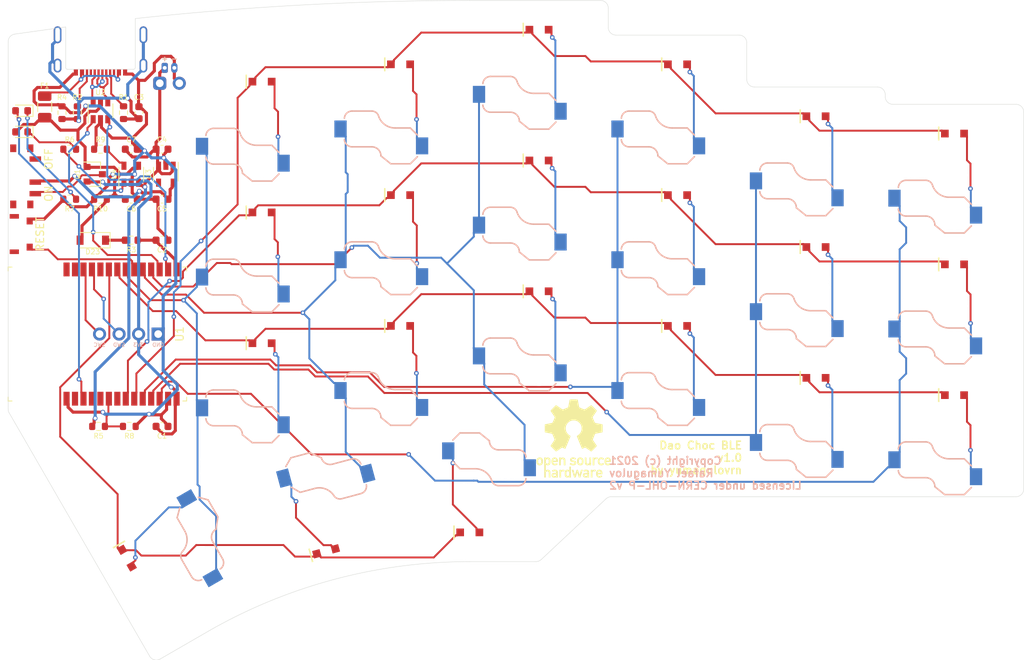
<source format=kicad_pcb>
(kicad_pcb (version 20211014) (generator pcbnew)
  (layers (0 "F.Cu" signal) (31 "B.Cu" signal) (34 "B.Paste" user) (35 "F.Paste" user) (36 "B.SilkS" user "B.Silkscreen") (37 "F.SilkS" user "F.Silkscreen") (38 "B.Mask" user) (39 "F.Mask" user) (44 "Edge.Cuts" user))
  (net 0 "")
  (net 1 "Net-(D1-Pad2)")
  (net 2 "ROW0")
  (net 3 "Net-(D2-Pad2)")
  (net 4 "Net-(D3-Pad2)")
  (net 5 "Net-(D4-Pad2)")
  (net 6 "Net-(D5-Pad2)")
  (net 7 "Net-(D6-Pad2)")
  (net 8 "Net-(D7-Pad2)")
  (net 9 "ROW1")
  (net 10 "Net-(D8-Pad2)")
  (net 11 "Net-(D9-Pad2)")
  (net 12 "Net-(D10-Pad2)")
  (net 13 "Net-(D11-Pad2)")
  (net 14 "Net-(D12-Pad2)")
  (net 15 "Net-(D13-Pad2)")
  (net 16 "ROW2")
  (net 17 "Net-(D14-Pad2)")
  (net 18 "Net-(D15-Pad2)")
  (net 19 "Net-(D16-Pad2)")
  (net 20 "Net-(D17-Pad2)")
  (net 21 "Net-(D18-Pad2)")
  (net 22 "ROW3")
  (net 23 "Net-(D20-Pad2)")
  (net 24 "Net-(D21-Pad2)")
  (net 25 "Net-(D22-Pad2)")
  (net 26 "COL0")
  (net 27 "COL1")
  (net 28 "COL2")
  (net 29 "COL3")
  (net 30 "COL4")
  (net 31 "COL5")
  (net 41 "Net-(J1-PadA5)")
  (net 42 "Net-(J1-PadB5)")
  (net 43 "VBAT")
  (net 44 "GND")
  (net 45 "+3V3")
  (net 46 "Net-(C2-Pad1)")
  (net 47 "GNDS")
  (net 48 "VBUS")
  (net 49 "REGBAT")
  (net 50 "Net-(D23-Pad1)")
  (net 51 "Net-(D24-Pad1)")
  (net 52 "BT_LED")
  (net 53 "Net-(F1-Pad2)")
  (net 54 "DBUS+")
  (net 55 "DBUS-")
  (net 56 "SWCLK")
  (net 57 "SWDIO")
  (net 58 "Net-(Q1-Pad3)")
  (net 59 "VSENSE")
  (net 60 "Net-(R9-Pad1)")
  (net 61 "RESET")
  (net 62 "D-")
  (net 63 "D+")
  (net 64 "Net-(R6-Pad1)")
  (net 66 "Net-(D25-Pad1)")
  (footprint "dao-choc-ble:D_SOD-323" (layer "F.Cu") (at 255 3.8272)
    (fp_text reference "D1" hide)
    (fp_text value "1N4148WS")
  )
  (footprint "dao-choc-ble:D_SOD-323" (layer "F.Cu") (at 237 1.5772)
    (fp_text reference "D2" hide)
    (fp_text value "1N4148WS")
  )
  (footprint "dao-choc-ble:D_SOD-323" (layer "F.Cu") (at 219 -5.1728)
    (fp_text reference "D3" hide)
    (fp_text value "1N4148WS")
  )
  (footprint "dao-choc-ble:D_SOD-323" (layer "F.Cu") (at 201 -9.6728)
    (fp_text reference "D4" hide)
    (fp_text value "1N4148WS")
  )
  (footprint "dao-choc-ble:D_SOD-323" (layer "F.Cu") (at 183 -5.1728)
    (fp_text reference "D5" hide)
    (fp_text value "1N4148WS")
  )
  (footprint "dao-choc-ble:D_SOD-323" (layer "F.Cu") (at 165 -2.9228)
    (fp_text reference "D6" hide)
    (fp_text value "1N4148WS")
  )
  (footprint "dao-choc-ble:D_SOD-323" (layer "F.Cu") (at 255 20.8272)
    (fp_text reference "D7" hide)
    (fp_text value "1N4148WS")
  )
  (footprint "dao-choc-ble:D_SOD-323" (layer "F.Cu") (at 237 18.5772)
    (fp_text reference "D8" hide)
    (fp_text value "1N4148WS")
  )
  (footprint "dao-choc-ble:D_SOD-323" (layer "F.Cu") (at 219 11.8272)
    (fp_text reference "D9" hide)
    (fp_text value "1N4148WS")
  )
  (footprint "dao-choc-ble:D_SOD-323" (layer "F.Cu") (at 201 7.3272)
    (fp_text reference "D10" hide)
    (fp_text value "1N4148WS")
  )
  (footprint "dao-choc-ble:D_SOD-323" (layer "F.Cu") (at 183 11.8272)
    (fp_text reference "D11" hide)
    (fp_text value "1N4148WS")
  )
  (footprint "dao-choc-ble:D_SOD-323" (layer "F.Cu") (at 165 14.0772)
    (fp_text reference "D12" hide)
    (fp_text value "1N4148WS")
  )
  (footprint "dao-choc-ble:D_SOD-323" (layer "F.Cu") (at 255 37.8272)
    (fp_text reference "D13" hide)
    (fp_text value "1N4148WS")
  )
  (footprint "dao-choc-ble:D_SOD-323" (layer "F.Cu") (at 237 35.5772)
    (fp_text reference "D14" hide)
    (fp_text value "1N4148WS")
  )
  (footprint "dao-choc-ble:D_SOD-323" (layer "F.Cu") (at 219 28.8272)
    (fp_text reference "D15" hide)
    (fp_text value "1N4148WS")
  )
  (footprint "dao-choc-ble:D_SOD-323" (layer "F.Cu") (at 201 24.3272)
    (fp_text reference "D16" hide)
    (fp_text value "1N4148WS")
  )
  (footprint "dao-choc-ble:D_SOD-323" (layer "F.Cu") (at 183 28.8272)
    (fp_text reference "D17" hide)
    (fp_text value "1N4148WS")
  )
  (footprint "dao-choc-ble:D_SOD-323" (layer "F.Cu") (at 165 31.0772)
    (fp_text reference "D18" hide)
    (fp_text value "1N4148WS")
  )
  (footprint "dao-choc-ble:D_SOD-323" (layer "F.Cu") (at 192 55.6654)
    (fp_text reference "D20" hide)
    (fp_text value "1N4148WS")
  )
  (footprint "dao-choc-ble:D_SOD-323" (layer "F.Cu") (at 173.323 58.1242 15)
    (fp_text reference "D21" hide)
    (fp_text value "1N4148WS")
  )
  (footprint "dao-choc-ble:D_SOD-323" (layer "F.Cu") (at 147.432 59.0056 -60)
    (fp_text reference "D22" hide)
    (fp_text value "1N4148WS")
  )
  (footprint "dao-choc-ble:Kailh_PG1350_hotswap" (layer "F.Cu") (at 255 8.5272)
    (fp_text reference "K1")
    (fp_text value "KEY_SWITCH" hide)
  )
  (footprint "dao-choc-ble:Kailh_PG1350_hotswap" (layer "F.Cu") (at 237 6.2772)
    (fp_text reference "K2")
    (fp_text value "KEY_SWITCH" hide)
  )
  (footprint "dao-choc-ble:Kailh_PG1350_hotswap" (layer "F.Cu") (at 219 -0.4728)
    (fp_text reference "K3")
    (fp_text value "KEY_SWITCH" hide)
  )
  (footprint "dao-choc-ble:Kailh_PG1350_hotswap" (layer "F.Cu") (at 201 -4.9728)
    (fp_text reference "K4")
    (fp_text value "KEY_SWITCH" hide)
  )
  (footprint "dao-choc-ble:Kailh_PG1350_hotswap" (layer "F.Cu") (at 183 -0.4728)
    (fp_text reference "K5")
    (fp_text value "KEY_SWITCH" hide)
  )
  (footprint "dao-choc-ble:Kailh_PG1350_hotswap" (layer "F.Cu") (at 165 1.7772)
    (fp_text reference "K6")
    (fp_text value "KEY_SWITCH" hide)
  )
  (footprint "dao-choc-ble:Kailh_PG1350_hotswap" (layer "F.Cu") (at 255 25.5272)
    (fp_text reference "K7")
    (fp_text value "KEY_SWITCH" hide)
  )
  (footprint "dao-choc-ble:Kailh_PG1350_hotswap" (layer "F.Cu") (at 237 23.2772)
    (fp_text reference "K8")
    (fp_text value "KEY_SWITCH" hide)
  )
  (footprint "dao-choc-ble:Kailh_PG1350_hotswap" (layer "F.Cu") (at 219 16.5272)
    (fp_text reference "K9")
    (fp_text value "KEY_SWITCH" hide)
  )
  (footprint "dao-choc-ble:Kailh_PG1350_hotswap" (layer "F.Cu") (at 201 12.0272)
    (fp_text reference "K10")
    (fp_text value "KEY_SWITCH" hide)
  )
  (footprint "dao-choc-ble:Kailh_PG1350_hotswap" (layer "F.Cu") (at 183 16.5272)
    (fp_text reference "K11")
    (fp_text value "KEY_SWITCH" hide)
  )
  (footprint "dao-choc-ble:Kailh_PG1350_hotswap" (layer "F.Cu") (at 165 18.7772)
    (fp_text reference "K12")
    (fp_text value "KEY_SWITCH" hide)
  )
  (footprint "dao-choc-ble:Kailh_PG1350_hotswap" (layer "F.Cu") (at 255 42.5272)
    (fp_text reference "K13")
    (fp_text value "KEY_SWITCH" hide)
  )
  (footprint "dao-choc-ble:Kailh_PG1350_hotswap" (layer "F.Cu") (at 237 40.2772)
    (fp_text reference "K14")
    (fp_text value "KEY_SWITCH" hide)
  )
  (footprint "dao-choc-ble:Kailh_PG1350_hotswap" (layer "F.Cu") (at 219 33.5272)
    (fp_text reference "K15")
    (fp_text value "KEY_SWITCH" hide)
  )
  (footprint "dao-choc-ble:Kailh_PG1350_hotswap" (layer "F.Cu") (at 201 29.0272)
    (fp_text reference "K16")
    (fp_text value "KEY_SWITCH" hide)
  )
  (footprint "dao-choc-ble:Kailh_PG1350_hotswap" (layer "F.Cu") (at 183 33.5272)
    (fp_text reference "K17")
    (fp_text value "KEY_SWITCH" hide)
  )
  (footprint "dao-choc-ble:Kailh_PG1350_hotswap" (layer "F.Cu") (at 165 35.7772)
    (fp_text reference "K18")
    (fp_text value "KEY_SWITCH" hide)
  )
  (footprint "dao-choc-ble:Kailh_PG1350_hotswap" (layer "F.Cu") (at 192 50.9654 180)
    (fp_text reference "K20")
    (fp_text value "KEY_SWITCH" hide)
  )
  (footprint "dao-choc-ble:Kailh_PG1350_hotswap" (layer "F.Cu") (at 172.107 53.5844 -165)
    (fp_text reference "K21")
    (fp_text value "KEY_SWITCH" hide)
  )
  (footprint "dao-choc-ble:Kailh_PG1350_hotswap" (layer "F.Cu") (at 151.502 56.6556 120)
    (fp_text reference "K22")
    (fp_text value "KEY_SWITCH" hide)
  )
  (footprint "dao-choc-ble:MINEW_MS88SF2" (layer "F.Cu") (at 132 29.8886 90)
    (fp_text reference "U1")
    (fp_text value "MS88SF2")
  )
  (footprint "dao-choc-ble:Hole_4.2mm" (layer "F.Cu") (at 246.293 17.0272)
    (fp_text reference "H1" hide)
    (fp_text value "MountingHole 4.2mm" hide)
  )
  (footprint "dao-choc-ble:Hole_4.2mm" (layer "F.Cu") (at 246.293 34.0272)
    (fp_text reference "H3" hide)
    (fp_text value "MountingHole 4.2mm" hide)
  )
  (footprint "dao-choc-ble:Hole_4.2mm" (layer "F.Cu") (at 193.969 39.9691)
    (fp_text reference "H4" hide)
    (fp_text value "MountingHole 4.2mm" hide)
  )
  (footprint "dao-choc-ble:Hole_4.2mm" (layer "F.Cu") (at 159.042 47.0987)
    (fp_text reference "H5" hide)
    (fp_text value "MountingHole 4.2mm" hide)
  )
  (footprint "dao-choc-ble:Hole_2.2mm" (layer "F.Cu") (at 152.9 -8.4531)
    (fp_text reference "H6" hide)
    (fp_text value "MountingHole 2.2mm" hide)
  )
  (footprint "dao-choc-ble:Hole_2.2mm" (layer "F.Cu") (at 135.1 -6.2964)
    (fp_text reference "H7" hide)
    (fp_text value "MountingHole 2.2mm" hide)
  )
  (footprint "dao-choc-ble:Hole_2.2mm" (layer "F.Cu") (at 138.526 45.0067)
    (fp_text reference "H8" hide)
    (fp_text value "MountingHole 2.2mm" hide)
  )
  (footprint "dao-choc-ble:USB-C_C168688" (layer "F.Cu") (at 144 -11.1114)
    (fp_text reference "J1" hide)
    (fp_text value "USB")
  )
  (footprint "Capacitor_SMD:C_0603_1608Metric" (layer "F.Cu") (at 152 17.6886)
    (fp_text reference "C2")
    (fp_text value "10uF")
  )
  (footprint "Capacitor_SMD:C_0603_1608Metric" (layer "F.Cu") (at 149 1.1114 -90)
    (fp_text reference "C3")
    (fp_text value "1nF")
  )
  (footprint "Diode_SMD:D_SOD-123" (layer "F.Cu") (at 143 17.6886 180)
    (fp_text reference "D23")
    (fp_text value "1N5819W")
  )
  (footprint "LED_SMD:LED_0603_1608Metric" (layer "F.Cu") (at 133.75 3.6114 180)
    (fp_text reference "D24" hide)
    (fp_text value "RED" hide)
  )
  (footprint "LED_SMD:LED_0603_1608Metric" (layer "F.Cu") (at 133.75 0.8614 180)
    (fp_text reference "D25" hide)
    (fp_text value "BLUE" hide)
  )
  (footprint "Resistor_SMD:R_0603_1608Metric" (layer "F.Cu") (at 148 17.6886)
    (fp_text reference "R3")
    (fp_text value "4.7")
  )
  (footprint "Resistor_SMD:R_0603_1608Metric" (layer "F.Cu") (at 139 1.1114 -90)
    (fp_text reference "R4")
    (fp_text value "1M")
  )
  (footprint "Resistor_SMD:R_0603_1608Metric" (layer "F.Cu") (at 141 1.1114 90)
    (fp_text reference "R2")
    (fp_text value "5.1k")
  )
  (footprint "dao-choc-ble:MSK-12C02" (layer "F.Cu") (at 132.5 9.3886 90)
    (fp_text reference "SW1" hide)
    (fp_text value "ON_OFF")
  )
  (footprint "dao-choc-ble:TS-1086E" (layer "F.Cu") (at 132.5 16.8886 90)
    (fp_text reference "SW2" hide)
    (fp_text value "RESET")
  )
  (footprint "Package_TO_SOT_SMD:SOT-23-6" (layer "F.Cu") (at 144 0.8614 90)
    (fp_text reference "U2")
    (fp_text value "USBLC6-2SC6")
  )
  (footprint "Fuse:Fuse_1206_3216Metric" (layer "F.Cu") (at 136.75 0.3614 90)
    (fp_text reference "F1")
    (fp_text value "500mA")
  )
  (footprint "Resistor_SMD:R_0603_1608Metric" (layer "F.Cu") (at 147 1.1114 90)
    (fp_text reference "R1")
    (fp_text value "5.1k")
  )
  (footprint "dao-choc-ble:Battery" (layer "F.Cu") (at 152.35 -4.7114)
    (fp_text reference "BT1" hide)
    (fp_text value "Battery_Cell")
  )
  (footprint "dao-choc-ble:Hole_4.2mm" (layer "F.Cu") (at 173.707 10.2772)
    (fp_text reference "H2" hide)
    (fp_text value "MountingHole 4.2mm" hide)
  )
  (footprint "Package_TO_SOT_SMD:SOT-23" (layer "F.Cu") (at 143.25 9.1114)
    (fp_text reference "Q1")
    (fp_text value "AO3401A")
  )
  (footprint "Resistor_SMD:R_0603_1608Metric" (layer "F.Cu") (at 144 12.3614)
    (fp_text reference "R10")
    (fp_text value "100k")
  )
  (footprint "Resistor_SMD:R_0603_1608Metric" (layer "F.Cu") (at 140 12.3614)
    (fp_text reference "R7")
    (fp_text value "1k")
  )
  (footprint "Package_TO_SOT_SMD:SOT-23-5" (layer "F.Cu") (at 152.5 9.1114 -90)
    (fp_text reference "U3")
    (fp_text value "XC6220")
  )
  (footprint "Capacitor_SMD:C_0603_1608Metric" (layer "F.Cu") (at 152 5.8614)
    (fp_text reference "C4")
    (fp_text value "10uF")
  )
  (footprint "Capacitor_SMD:C_0603_1608Metric" (layer "F.Cu") (at 152 12.3614 180)
    (fp_text reference "C5")
    (fp_text value "10uF")
  )
  (footprint "Capacitor_SMD:C_0603_1608Metric" (layer "F.Cu") (at 152 41.8886)
    (fp_text reference "C1")
    (fp_text value "10uF")
  )
  (footprint "Resistor_SMD:R_0603_1608Metric" (layer "F.Cu") (at 144 5.8614 180)
    (fp_text reference "R9")
    (fp_text value "RPROG")
  )
  (footprint "Resistor_SMD:R_0603_1608Metric" (layer "F.Cu") (at 140 5.8614)
    (fp_text reference "R6")
    (fp_text value "1k")
  )
  (footprint "Capacitor_SMD:C_0603_1608Metric" (layer "F.Cu") (at 148 12.3614)
    (fp_text reference "C6")
    (fp_text value "4.7uF")
  )
  (footprint "Capacitor_SMD:C_0603_1608Metric" (layer "F.Cu") (at 148 5.8614)
    (fp_text reference "C7")
    (fp_text value "4.7uF")
  )
  (footprint "Package_TO_SOT_SMD:SOT-23-5" (layer "F.Cu") (at 148 9.1114 90)
    (fp_text reference "U4")
    (fp_text value "MCP73831")
  )
  (footprint "Resistor_SMD:R_0603_1608Metric" (layer "F.Cu") (at 143.75 41.8886)
    (fp_text reference "R5")
    (fp_text value "806k")
  )
  (footprint "Resistor_SMD:R_0603_1608Metric" (layer "F.Cu") (at 147.75 41.8886)
    (fp_text reference "R8")
    (fp_text value "2M")
  )
  (footprint "dao-choc-ble:OSHW-logo" (layer "F.Cu") (at 205.5 43.4654)
    (fp_text reference "LOGO1" hide)
    (fp_text value "OSHW-logo" hide)
  )
  (footprint "dao-choc-ble:PROG" (layer "B.Cu") (at 151.5 29.8886 90)
    (fp_text reference "J2" hide)
    (fp_text value "PROG")
  )
  (gr_line (start 264 50.027204) (end 264 1.027204) (layer "Edge.Cuts") (width 0.05))
  (gr_line (start 210 -9.972795) (end 210 -12.472795) (layer "Edge.Cuts") (width 0.05))
  (gr_arc (start 245 -2.222795) (mid 245.707107 -1.929902) (end 246 -1.222795) (layer "Edge.Cuts") (width 0.05))
  (gr_line (start 139.475001 -10.028747) (end 132.85296 -9.100528) (layer "Edge.Cuts") (width 0.05))
  (gr_arc (start 151.756929 72.124099) (mid 150.998109 72.223999) (end 150.390903 71.758073) (layer "Edge.Cuts") (width 0.05))
  (gr_arc (start 132.133975 40.136145) (mid 132.034075 39.894964) (end 132 39.636145) (layer "Edge.Cuts") (width 0.05))
  (gr_arc (start 264 50.027204) (mid 263.707107 50.73431) (end 263.000001 51.027203) (layer "Edge.Cuts") (width 0.05))
  (gr_arc (start 201.2885 59.194867) (mid 200.972287 59.395278) (end 200.604531 59.465356) (layer "Edge.Cuts") (width 0.05))
  (gr_line (start 228 -3.222795) (end 228 -7.972795) (layer "Edge.Cuts") (width 0.05))
  (gr_line (start 263 0.027204) (end 247 0.027204) (layer "Edge.Cuts") (width 0.05))
  (gr_line (start 151.756929 72.124099) (end 158.25212 68.374099) (layer "Edge.Cuts") (width 0.05))
  (gr_arc (start 158.25212 68.374099) (mid 166.069989 64.573438) (end 174.306668 61.794728) (layer "Edge.Cuts") (width 0.05))
  (gr_arc (start 227 -8.972795) (mid 227.707107 -8.679902) (end 228 -7.972795) (layer "Edge.Cuts") (width 0.05))
  (gr_line (start 201.2885 59.194867) (end 209.711501 51.297693) (layer "Edge.Cuts") (width 0.05))
  (gr_arc (start 247 0.027204) (mid 246.292893 -0.265689) (end 246 -0.972796) (layer "Edge.Cuts") (width 0.05))
  (gr_line (start 227 -8.972795) (end 211 -8.972795) (layer "Edge.Cuts") (width 0.05))
  (gr_line (start 148.275001 -4.516515) (end 139.725001 -4.516515) (layer "Edge.Cuts") (width 0.05))
  (gr_arc (start 209.711501 51.297693) (mid 210.027714 51.097282) (end 210.39547 51.027204) (layer "Edge.Cuts") (width 0.05))
  (gr_arc (start 148.525001 -11.116515) (mid 170.230598 -12.883293) (end 192.000001 -13.472796) (layer "Edge.Cuts") (width 0.05))
  (gr_line (start 246 -0.972795) (end 246 -1.222795) (layer "Edge.Cuts") (width 0.05))
  (gr_arc (start 211 -8.972795) (mid 210.292893 -9.265688) (end 210 -9.972795) (layer "Edge.Cuts") (width 0.05))
  (gr_line (start 245 -2.222795) (end 229 -2.222795) (layer "Edge.Cuts") (width 0.05))
  (gr_arc (start 139.725001 -4.516515) (mid 139.548224 -4.589738) (end 139.475001 -4.766515) (layer "Edge.Cuts") (width 0.05))
  (gr_line (start 132.133975 40.136145) (end 150.390904 71.758073) (layer "Edge.Cuts") (width 0.05))
  (gr_line (start 210.39547 51.027204) (end 263.000001 51.027204) (layer "Edge.Cuts") (width 0.05))
  (gr_arc (start 148.525001 -4.766515) (mid 148.451778 -4.589738) (end 148.275001 -4.516515) (layer "Edge.Cuts") (width 0.05))
  (gr_line (start 192 59.465356) (end 200.604531 59.465356) (layer "Edge.Cuts") (width 0.05))
  (gr_line (start 148.525001 -11.116515) (end 148.525001 -4.766515) (layer "Edge.Cuts") (width 0.05))
  (gr_arc (start 209 -13.472795) (mid 209.707107 -13.179902) (end 210 -12.472795) (layer "Edge.Cuts") (width 0.05))
  (gr_arc (start 174.306668 61.794727) (mid 183.076997 60.0502) (end 192.000001 59.465355) (layer "Edge.Cuts") (width 0.05))
  (gr_arc (start 263 0.027204) (mid 263.707107 0.320097) (end 264 1.027204) (layer "Edge.Cuts") (width 0.05))
  (gr_line (start 132 -8.111398) (end 132 39.636145) (layer "Edge.Cuts") (width 0.05))
  (gr_line (start 139.475001 -4.766515) (end 139.475001 -10.028747) (layer "Edge.Cuts") (width 0.05))
  (gr_line (start 209 -13.472795) (end 192 -13.472795) (layer "Edge.Cuts") (width 0.05))
  (gr_arc (start 132 -8.111398) (mid 132.242435 -8.764158) (end 132.852191 -9.100414) (layer "Edge.Cuts") (width 0.05))
  (gr_arc (start 229 -2.222795) (mid 228.292893 -2.515688) (end 228 -3.222795) (layer "Edge.Cuts") (width 0.05))
  (gr_text "Copyright (c) 2021\nRafael Yumagulov\nLicensed under CERN-OHL-P v2" (at 210 47.9654) (layer "B.SilkS") (effects (font (size 1 1) (thickness 0.2)) (justify right mirror)))
  (gr_text "Dao Choc BLE\nv1.0\nby yumagulovrn" (at 227.5 45.9654) (layer "F.SilkS") (effects (font (size 1 1) (thickness 0.2)) (justify right)))
  (segment (start 256.625 7.2877) (end 257.0801 7.7428) (width 0.25) (layer "F.Cu") (net 1))
  (segment (start 257.0801 7.7428) (end 257.0801 10.9852) (width 0.25) (layer "F.Cu") (net 1))
  (segment (start 256.625 4.2022) (end 256.625 4.3272) (width 0.25) (layer "F.Cu") (net 1))
  (segment (start 256.625 4.3272) (end 256.625 7.2877) (width 0.25) (layer "F.Cu") (net 1))
  (segment (start 256.25 3.8272) (end 256.625 4.2022) (width 0.25) (layer "F.Cu") (net 1))
  (via (at 257.0801 10.9852) (size 0.6) (drill 0.3) (layers "F.Cu" "B.Cu") (net 1))
  (segment (start 257.125 13.3272) (end 257.125 13.4522) (width 0.25) (layer "B.Cu") (net 1))
  (segment (start 257.125 13.4522) (end 257.8 14.4272) (width 0.25) (layer "B.Cu") (net 1))
  (segment (start 257.0801 10.9852) (end 257.125 11.0301) (width 0.25) (layer "B.Cu") (net 1))
  (segment (start 257.125 11.0301) (end 257.125 13.3272) (width 0.25) (layer "B.Cu") (net 1))
  (segment (start 181.375 -4.7978) (end 181.25 -4.7978) (width 0.25) (layer "F.Cu") (net 2))
  (segment (start 218.125 -4.621) (end 218.125 -4.6728) (width 0.25) (layer "F.Cu") (net 2))
  (segment (start 163.375 -2.5478) (end 163.375 -2.4228) (width 0.25) (layer "F.Cu") (net 2))
  (segment (start 253.375 3.4522) (end 253.25 3.4522) (width 0.25) (layer "F.Cu") (net 2))
  (segment (start 236.125 2.0772) (end 236.125 1.9522) (width 0.25) (layer "F.Cu") (net 2))
  (segment (start 223.9482 1.2022) (end 218.125 -4.621) (width 0.25) (layer "F.Cu") (net 2))
  (segment (start 236.125 1.9522) (end 235.75 1.5772) (width 0.25) (layer "F.Cu") (net 2))
  (segment (start 161.8255 -0.8215) (end 161.8255 13.0325) (width 0.25) (layer "F.Cu") (net 2))
  (segment (start 148.665 37.3886) (end 148.665 37.5136) (width 0.25) (layer "F.Cu") (net 2))
  (segment (start 218.125 -4.7978) (end 217.75 -5.1728) (width 0.25) (layer "F.Cu") (net 2))
  (segment (start 235.375 1.2022) (end 235.25 1.2022) (width 0.25) (layer "F.Cu") (net 2))
  (segment (start 207.7288 -5.5478) (end 207.0283 -6.2483) (width 0.25) (layer "F.Cu") (net 2))
  (segment (start 218.125 -4.6728) (end 218.125 -4.7978) (width 0.25) (layer "F.Cu") (net 2))
  (segment (start 182.125 -5.7246) (end 182.125 -5.6728) (width 0.25) (layer "F.Cu") (net 2))
  (segment (start 235.75 1.5772) (end 235.375 1.2022) (width 0.25) (layer "F.Cu") (net 2))
  (segment (start 181.75 -5.1728) (end 181.375 -4.7978) (width 0.25) (layer "F.Cu") (net 2))
  (segment (start 164.125 -3.4746) (end 164.125 -3.4228) (width 0.25) (layer "F.Cu") (net 2))
  (segment (start 200.125 -9.2978) (end 199.75 -9.6728) (width 0.25) (layer "F.Cu") (net 2))
  (segment (start 236.125 2.129) (end 236.125 2.0772) (width 0.25) (layer "F.Cu") (net 2))
  (segment (start 164.125 -3.4228) (end 164.125 -3.2978) (width 0.25) (layer "F.Cu") (net 2))
  (segment (start 217.25 -5.5478) (end 207.7288 -5.5478) (width 0.25) (layer "F.Cu") (net 2))
  (segment (start 163.75 -2.9228) (end 163.375 -2.5478) (width 0.25) (layer "F.Cu") (net 2))
  (segment (start 217.75 -5.1728) (end 217.375 -5.5478) (width 0.25) (layer "F.Cu") (net 2))
  (segment (start 165.4482 -4.7978) (end 164.125 -3.4746) (width 0.25) (layer "F.Cu") (net 2))
  (segment (start 199.375 -9.2978) (end 199.25 -9.2978) (width 0.25) (layer "F.Cu") (net 2))
  (segment (start 153.5351 27.6306) (end 153.5351 30.1545) (width 0.25) (layer "F.Cu") (net 2))
  (segment (start 200.125 -9.1728) (end 200.125 -9.2978) (width 0.25) (layer "F.Cu") (net 2))
  (segment (start 253.75 3.8272) (end 253.375 3.4522) (width 0.25) (layer "F.Cu") (net 2))
  (segment (start 182.125 -5.5478) (end 181.75 -5.1728) (width 0.25) (layer "F.Cu") (net 2))
  (segment (start 148.665 35.0246) (end 148.665 37.3886) (width 0.25) (layer "F.Cu") (net 2))
  (segment (start 200.125 -9.121) (end 200.125 -9.1728) (width 0.25) (layer "F.Cu") (net 2))
  (segment (start 202.9977 -6.2483) (end 200.125 -9.121) (width 0.25) (layer "F.Cu") (net 2))
  (segment (start 161.8255 13.0325) (end 157.0715 17.7865) (width 0.25) (layer "F.Cu") (net 2))
  (segment (start 207.0283 -6.2483) (end 202.9977 -6.2483) (width 0.25) (layer "F.Cu") (net 2))
  (segment (start 237.4482 3.4522) (end 236.125 2.129) (width 0.25) (layer "F.Cu") (net 2))
  (segment (start 163.375 -2.371) (end 161.8255 -0.8215) (width 0.25) (layer "F.Cu") (net 2))
  (segment (start 164.125 -3.2978) (end 163.75 -2.9228) (width 0.25) (layer "F.Cu") (net 2))
  (segment (start 181.25 -4.7978) (end 165.4482 -4.7978) (width 0.25) (layer "F.Cu") (net 2))
  (segment (start 199.25 -9.2978) (end 185.6982 -9.2978) (width 0.25) (layer "F.Cu") (net 2))
  (segment (start 148.665 37.5136) (end 148.39 38.2886) (width 0.25) (layer "F.Cu") (net 2))
  (segment (start 253.25 3.4522) (end 237.4482 3.4522) (width 0.25) (layer "F.Cu") (net 2))
  (segment (start 182.125 -5.6728) (end 182.125 -5.5478) (width 0.25) (layer "F.Cu") (net 2))
  (segment (start 199.75 -9.6728) (end 199.375 -9.2978) (width 0.25) (layer "F.Cu") (net 2))
  (segment (start 185.6982 -9.2978) (end 182.125 -5.7246) (width 0.25) (layer "F.Cu") (net 2))
  (segment (start 235.25 1.2022) (end 223.9482 1.2022) (width 0.25) (layer "F.Cu") (net 2))
  (segment (start 217.375 -5.5478) (end 217.25 -5.5478) (width 0.25) (layer "F.Cu") (net 2))
  (segment (start 153.5351 30.1545) (end 148.665 35.0246) (width 0.25) (layer "F.Cu") (net 2))
  (segment (start 163.375 -2.4228) (end 163.375 -2.371) (width 0.25) (layer "F.Cu") (net 2))
  (via (at 153.5351 27.6306) (size 0.6) (drill 0.3) (layers "F.Cu" "B.Cu") (net 2))
  (via (at 157.0715 17.7865) (size 0.6) (drill 0.3) (layers "F.Cu" "B.Cu") (net 2))
  (segment (start 153.5351 24.4547) (end 153.5351 27.6306) (width 0.25) (layer "B.Cu") (net 2))
  (segment (start 154.4109 20.4471) (end 154.4109 23.5789) (width 0.25) (layer "B.Cu") (net 2))
  (segment (start 157.0715 17.7865) (end 154.4109 20.4471) (width 0.25) (layer "B.Cu") (net 2))
  (segment (start 154.4109 23.5789) (end 153.5351 24.4547) (width 0.25) (layer "B.Cu") (net 2))
  (segment (start 238.25 1.5772) (end 238.5647 1.9522) (width 0.25) (layer "F.Cu") (net 3))
  (segment (start 238.5647 1.9522) (end 238.5647 2.0772) (width 0.25) (layer "F.Cu") (net 3))
  (segment (start 238.5647 2.0772) (end 238.5647 2.5772) (width 0.25) (layer "F.Cu") (net 3))
  (via (at 238.5647 2.5772) (size 0.6) (drill 0.3) (layers "F.Cu" "B.Cu") (net 3))
  (segment (start 239.125 3.1375) (end 239.125 11.0772) (width 0.25) (layer "B.Cu") (net 3))
  (segment (start 238.5647 2.5772) (end 239.125 3.1375) (width 0.25) (layer "B.Cu") (net 3))
  (segment (start 239.125 11.2022) (end 239.8 12.1772) (width 0.25) (layer "B.Cu") (net 3))
  (segment (start 239.125 11.0772) (end 239.125 11.2022) (width 0.25) (layer "B.Cu") (net 3))
  (segment (start 220.25 -5.1728) (end 220.6066 -4.7978) (width 0.25) (layer "F.Cu") (net 4))
  (segment (start 220.6066 -4.6728) (end 220.6066 -4.1728) (width 0.25) (layer "F.Cu") (net 4))
  (segment (start 220.6066 -4.7978) (end 220.6066 -4.6728) (width 0.25) (layer "F.Cu") (net 4))
  (via (at 220.6066 -4.1728) (size 0.6) (drill 0.3) (layers "F.Cu" "B.Cu") (net 4))
  (segment (start 221.125 4.3272) (end 221.125 4.4522) (width 0.25) (layer "B.Cu") (net 4))
  (segment (start 220.6066 -4.1728) (end 221.125 -3.6544) (width 0.25) (layer "B.Cu") (net 4))
  (segment (start 221.125 -3.6544) (end 221.125 4.3272) (width 0.25) (layer "B.Cu") (net 4))
  (segment (start 221.125 4.4522) (end 221.8 5.4272) (width 0.25) (layer "B.Cu") (net 4))
  (segment (start 202.625 -9.1728) (end 202.625 -8.7706) (width 0.25) (layer "F.Cu") (net 5))
  (segment (start 202.625 -8.7706) (end 202.7228 -8.6728) (width 0.25) (layer "F.Cu") (net 5))
  (segment (start 202.625 -9.2978) (end 202.625 -9.1728) (width 0.25) (layer "F.Cu") (net 5))
  (segment (start 202.25 -9.6728) (end 202.625 -9.2978) (width 0.25) (layer "F.Cu") (net 5))
  (via (at 202.7228 -8.6728) (size 0.6) (drill 0.3) (layers "F.Cu" "B.Cu") (net 5))
  (segment (start 203.125 -8.2706) (end 203.125 -0.1728) (width 0.25) (layer "B.Cu") (net 5))
  (segment (start 202.7228 -8.6728) (end 203.125 -8.2706) (width 0.25) (layer "B.Cu") (net 5))
  (segment (start 203.125 -0.0478) (end 203.8 0.9272) (width 0.25) (layer "B.Cu") (net 5))
  (segment (start 203.125 -0.1728) (end 203.125 -0.0478) (width 0.25) (layer "B.Cu") (net 5))
  (segment (start 184.625 -1.7122) (end 185.0801 -1.2571) (width 0.25) (layer "F.Cu") (net 6))
  (segment (start 184.25 -5.1728) (end 184.625 -4.7978) (width 0.25) (layer "F.Cu") (net 6))
  (segment (start 184.625 -4.6728) (end 184.625 -1.7122) (width 0.25) (layer "F.Cu") (net 6))
  (segment (start 184.625 -4.7978) (end 184.625 -4.6728) (width 0.25) (layer "F.Cu") (net 6))
  (segment (start 185.0801 -1.2571) (end 185.0801 1.9852) (width 0.25) (layer "F.Cu") (net 6))
  (via (at 185.0801 1.9852) (size 0.6) (drill 0.3) (layers "F.Cu" "B.Cu") (net 6))
  (segment (start 185.125 4.3272) (end 185.125 4.4522) (width 0.25) (layer "B.Cu") (net 6))
  (segment (start 185.125 2.0301) (end 185.125 4.3272) (width 0.25) (layer "B.Cu") (net 6))
  (segment (start 185.0801 1.9852) (end 185.125 2.0301) (width 0.25) (layer "B.Cu") (net 6))
  (segment (start 185.125 4.4522) (end 185.8 5.4272) (width 0.25) (layer "B.Cu") (net 6))
  (segment (start 166.25 -2.9228) (end 166.625 -2.5478) (width 0.25) (layer "F.Cu") (net 7))
  (segment (start 166.625 -2.5478) (end 166.625 -2.4228) (width 0.25) (layer "F.Cu") (net 7))
  (segment (start 167.0801 0.9928) (end 167.0801 4.2352) (width 0.25) (layer "F.Cu") (net 7))
  (segment (start 166.625 0.5377) (end 167.0801 0.9928) (width 0.25) (layer "F.Cu") (net 7))
  (segment (start 166.625 -2.4228) (end 166.625 0.5377) (width 0.25) (layer "F.Cu") (net 7))
  (via (at 167.0801 4.2352) (size 0.6) (drill 0.3) (layers "F.Cu" "B.Cu") (net 7))
  (segment (start 167.125 4.2801) (end 167.125 6.5772) (width 0.25) (layer "B.Cu") (net 7))
  (segment (start 167.0801 4.2352) (end 167.125 4.2801) (width 0.25) (layer "B.Cu") (net 7))
  (segment (start 167.125 6.5772) (end 167.125 6.7022) (width 0.25) (layer "B.Cu") (net 7))
  (segment (start 167.125 6.7022) (end 167.8 7.6772) (width 0.25) (layer "B.Cu") (net 7))
  (segment (start 256.625 21.3272) (end 256.625 24.2877) (width 0.25) (layer "F.Cu") (net 8))
  (segment (start 256.625 21.2022) (end 256.625 21.3272) (width 0.25) (layer "F.Cu") (net 8))
  (segment (start 256.625 24.2877) (end 257.0903 24.753) (width 0.25) (layer "F.Cu") (net 8))
  (segment (start 257.0903 24.753) (end 257.0903 28.4923) (width 0.25) (layer "F.Cu") (net 8))
  (segment (start 256.25 20.8272) (end 256.625 21.2022) (width 0.25) (layer "F.Cu") (net 8))
  (via (at 257.0903 28.4923) (size 0.6) (drill 0.3) (layers "F.Cu" "B.Cu") (net 8))
  (segment (start 257.125 28.527) (end 257.125 30.3272) (width 0.25) (layer "B.Cu") (net 8))
  (segment (start 257.125 30.4522) (end 257.8 31.4272) (width 0.25) (layer "B.Cu") (net 8))
  (segment (start 257.0903 28.4923) (end 257.125 28.527) (width 0.25) (layer "B.Cu") (net 8))
  (segment (start 257.125 30.3272) (end 257.125 30.4522) (width 0.25) (layer "B.Cu") (net 8))
  (segment (start 236.125 18.9522) (end 235.75 18.5772) (width 0.25) (layer "F.Cu") (net 9))
  (segment (start 163.25 14.4522) (end 162.0212 14.4522) (width 0.25) (layer "F.Cu") (net 9))
  (segment (start 217.75 11.8272) (end 217.375 11.4522) (width 0.25) (layer "F.Cu") (net 9))
  (segment (start 182.125 11.4522) (end 181.75 11.8272) (width 0.25) (layer "F.Cu") (net 9))
  (segment (start 150.05 30.8493) (end 147.565 33.3343) (width 0.25) (layer "F.Cu") (net 9))
  (segment (start 236.125 19.0772) (end 236.125 18.9522) (width 0.25) (layer "F.Cu") (net 9))
  (segment (start 207.7288 11.4522) (end 207.0283 10.7517) (width 0.25) (layer "F.Cu") (net 9))
  (segment (start 154.715 21.7584) (end 154.715 22.5646) (width 0.25) (layer "F.Cu") (net 9))
  (segment (start 182.125 11.3272) (end 182.125 11.4522) (width 0.25) (layer "F.Cu") (net 9))
  (segment (start 185.6982 7.7022) (end 182.125 11.2754) (width 0.25) (layer "F.Cu") (net 9))
  (segment (start 162.0212 14.4522) (end 154.715 21.7584) (width 0.25) (layer "F.Cu") (net 9))
  (segment (start 218.125 12.2022) (end 217.75 11.8272) (width 0.25) (layer "F.Cu") (net 9))
  (segment (start 236.125 19.129) (end 236.125 19.0772) (width 0.25) (layer "F.Cu") (net 9))
  (segment (start 199.25 7.7022) (end 185.6982 7.7022) (width 0.25) (layer "F.Cu") (net 9))
  (segment (start 253.75 20.8272) (end 253.375 20.4522) (width 0.25) (layer "F.Cu") (net 9))
  (segment (start 181.25 12.2022) (end 181.1982 12.2022) (width 0.25) (layer "F.Cu") (net 9))
  (segment (start 147.565 37.5136) (end 147.29 38.2886) (width 0.25) (layer "F.Cu") (net 9))
  (segment (start 181.375 12.2022) (end 181.25 12.2022) (width 0.25) (layer "F.Cu") (net 9))
  (segment (start 164.125 13.5254) (end 164.125 13.5772) (width 0.25) (layer "F.Cu") (net 9))
  (segment (start 235.375 18.2022) (end 235.25 18.2022) (width 0.25) (layer "F.Cu") (net 9))
  (segment (start 164.125 13.5772) (end 164.125 13.7022) (width 0.25) (layer "F.Cu") (net 9))
  (segment (start 200.125 7.8272) (end 200.125 7.7022) (width 0.25) (layer "F.Cu") (net 9))
  (segment (start 163.75 14.0772) (end 163.375 14.4522) (width 0.25) (layer "F.Cu") (net 9))
  (segment (start 237.4482 20.4522) (end 236.125 19.129) (width 0.25) (layer "F.Cu") (net 9))
  (segment (start 253.25 20.4522) (end 237.4482 20.4522) (width 0.25) (layer "F.Cu") (net 9))
  (segment (start 200.125 7.879) (end 200.125 7.8272) (width 0.25) (layer "F.Cu") (net 9))
  (segment (start 154.291 22.9886) (end 152.9859 22.9886) (width 0.25) (layer "F.Cu") (net 9))
  (segment (start 207.0283 10.7517) (end 202.9977 10.7517) (width 0.25) (layer "F.Cu") (net 9))
  (segment (start 217.375 11.4522) (end 217.25 11.4522) (width 0.25) (layer "F.Cu") (net 9))
  (segment (start 181.1982 12.2022) (end 180.2482 13.1522) (width 0.25) (layer "F.Cu") (net 9))
  (segment (start 253.375 20.4522) (end 253.25 20.4522) (width 0.25) (layer "F.Cu") (net 9))
  (segment (start 164.4982 13.1522) (end 164.125 13.5254) (width 0.25) (layer "F.Cu") (net 9))
  (segment (start 235.75 18.5772) (end 235.375 18.2022) (width 0.25) (layer "F.Cu") (net 9))
  (segment (start 163.375 14.4522) (end 163.25 14.4522) (width 0.25) (layer "F.Cu") (net 9))
  (segment (start 217.25 11.4522) (end 207.7288 11.4522) (width 0.25) (layer "F.Cu") (net 9))
  (segment (start 199.75 7.3272) (end 199.375 7.7022) (width 0.25) (layer "F.Cu") (net 9))
  (segment (start 180.2482 13.1522) (end 164.4982 13.1522) (width 0.25) (layer "F.Cu") (net 9))
  (segment (start 202.9977 10.7517) (end 200.125 7.879) (width 0.25) (layer "F.Cu") (net 9))
  (segment (start 218.125 12.3272) (end 218.125 12.2022) (width 0.25) (layer "F.Cu") (net 9))
  (segment (start 147.565 33.3343) (end 147.565 37.3886) (width 0.25) (layer "F.Cu") (net 9))
  (segment (start 223.9482 18.2022) (end 218.125 12.379) (width 0.25) (layer "F.Cu") (net 9))
  (segment (start 147.565 37.3886) (end 147.565 37.5136) (width 0.25) (layer "F.Cu") (net 9))
  (segment (start 199.375 7.7022) (end 199.25 7.7022) (width 0.25) (layer "F.Cu") (net 9))
  (segment (start 181.75 11.8272) (end 181.375 12.2022) (width 0.25) (layer "F.Cu") (net 9))
  (segment (start 235.25 18.2022) (end 223.9482 18.2022) (width 0.25) (layer "F.Cu") (net 9))
  (segment (start 182.125 11.2754) (end 182.125 11.3272) (width 0.25) (layer "F.Cu") (net 9))
  (segment (start 200.125 7.7022) (end 199.75 7.3272) (width 0.25) (layer "F.Cu") (net 9))
  (segment (start 154.715 22.5646) (end 154.291 22.9886) (width 0.25) (layer "F.Cu") (net 9))
  (segment (start 164.125 13.7022) (end 163.75 14.0772) (width 0.25) (layer "F.Cu") (net 9))
  (segment (start 218.125 12.379) (end 218.125 12.3272) (width 0.25) (layer "F.Cu") (net 9))
  (via (at 152.9859 22.9886) (size 0.6) (drill 0.3) (layers "F.Cu" "B.Cu") (net 9))
  (via (at 150.05 30.8493) (size 0.6) (drill 0.3) (layers "F.Cu" "B.Cu") (net 9))
  (segment (start 152.9859 22.9886) (end 150.225 25.7495) (width 0.25) (layer "B.Cu") (net 9))
  (segment (start 150.23 29.3625) (end 150.23 30.6693) (width 0.25) (layer "B.Cu") (net 9))
  (segment (start 150.23 30.6693) (end 150.05 30.8493) (width 0.25) (layer "B.Cu") (net 9))
  (segment (start 150.225 29.3575) (end 150.23 29.3625) (width 0.25) (layer "B.Cu") (net 9))
  (segment (start 150.225 25.7495) (end 150.225 29.3575) (width 0.25) (layer "B.Cu") (net 9))
  (segment (start 238.5649 18.9522) (end 238.5649 19.0772) (width 0.25) (layer "F.Cu") (net 10))
  (segment (start 238.25 18.5772) (end 238.5649 18.9522) (width 0.25) (layer "F.Cu") (net 10))
  (segment (start 238.5649 19.0772) (end 238.5649 19.5772) (width 0.25) (layer "F.Cu") (net 10))
  (via (at 238.5649 19.5772) (size 0.6) (drill 0.3) (layers "F.Cu" "B.Cu") (net 10))
  (segment (start 238.5649 19.5772) (end 239.125 20.1373) (width 0.25) (layer "B.Cu") (net 10))
  (segment (start 239.125 28.2022) (end 239.8 29.1772) (width 0.25) (layer "B.Cu") (net 10))
  (segment (start 239.125 28.0772) (end 239.125 28.2022) (width 0.25) (layer "B.Cu") (net 10))
  (segment (start 239.125 20.1373) (end 239.125 28.0772) (width 0.25) (layer "B.Cu") (net 10))
  (segment (start 220.6066 12.3272) (end 220.6066 12.8272) (width 0.25) (layer "F.Cu") (net 11))
  (segment (start 220.6066 12.2022) (end 220.6066 12.3272) (width 0.25) (layer "F.Cu") (net 11))
  (segment (start 220.25 11.8272) (end 220.6066 12.2022) (width 0.25) (layer "F.Cu") (net 11))
  (via (at 220.6066 12.8272) (size 0.6) (drill 0.3) (layers "F.Cu" "B.Cu") (net 11))
  (segment (start 221.125 13.3456) (end 221.125 21.3272) (width 0.25) (layer "B.Cu") (net 11))
  (segment (start 220.6066 12.8272) (end 221.125 13.3456) (width 0.25) (layer "B.Cu") (net 11))
  (segment (start 221.125 21.4522) (end 221.8 22.4272) (width 0.25) (layer "B.Cu") (net 11))
  (segment (start 221.125 21.3272) (end 221.125 21.4522) (width 0.25) (layer "B.Cu") (net 11))
  (segment (start 202.625 7.7022) (end 202.625 7.8272) (width 0.25) (layer "F.Cu") (net 12))
  (segment (start 202.25 7.3272) (end 202.625 7.7022) (width 0.25) (layer "F.Cu") (net 12))
  (segment (start 202.625 7.8272) (end 202.625 8.2477) (width 0.25) (layer "F.Cu") (net 12))
  (segment (start 202.625 8.2477) (end 202.7045 8.3272) (width 0.25) (layer "F.Cu") (net 12))
  (via (at 202.7045 8.3272) (size 0.6) (drill 0.3) (layers "F.Cu" "B.Cu") (net 12))
  (segment (start 203.125 8.7477) (end 203.125 16.8272) (width 0.25) (layer "B.Cu") (net 12))
  (segment (start 202.7045 8.3272) (end 203.125 8.7477) (width 0.25) (layer "B.Cu") (net 12))
  (segment (start 203.125 16.8272) (end 203.125 16.9522) (width 0.25) (layer "B.Cu") (net 12))
  (segment (start 203.125 16.9522) (end 203.8 17.9272) (width 0.25) (layer "B.Cu") (net 12))
  (segment (start 184.625 12.2022) (end 184.625 12.3272) (width 0.25) (layer "F.Cu") (net 13))
  (segment (start 184.625 15.2877) (end 185.113 15.7757) (width 0.25) (layer "F.Cu") (net 13))
  (segment (start 184.25 11.8272) (end 184.625 12.2022) (width 0.25) (layer "F.Cu") (net 13))
  (segment (start 184.625 12.3272) (end 184.625 15.2877) (width 0.25) (layer "F.Cu") (net 13))
  (segment (start 185.113 15.7757) (end 185.113 20.6865) (width 0.25) (layer "F.Cu") (net 13))
  (via (at 185.113 20.6865) (size 0.6) (drill 0.3) (layers "F.Cu" "B.Cu") (net 13))
  (segment (start 185.125 21.3272) (end 185.125 21.4522) (width 0.25) (layer "B.Cu") (net 13))
  (segment (start 185.125 21.4522) (end 185.8 22.4272) (width 0.25) (layer "B.Cu") (net 13))
  (segment (start 185.113 20.6865) (end 185.125 20.6985) (width 0.25) (layer "B.Cu") (net 13))
  (segment (start 185.125 20.6985) (end 185.125 21.3272) (width 0.25) (layer "B.Cu") (net 13))
  (segment (start 167.0535 17.9662) (end 167.0535 19.8411) (width 0.25) (layer "F.Cu") (net 14))
  (segment (start 166.25 14.0772) (end 166.625 14.4522) (width 0.25) (layer "F.Cu") (net 14))
  (segment (start 166.625 17.5377) (end 167.0535 17.9662) (width 0.25) (layer "F.Cu") (net 14))
  (segment (start 166.625 14.4522) (end 166.625 14.5772) (width 0.25) (layer "F.Cu") (net 14))
  (segment (start 166.625 14.5772) (end 166.625 17.5377) (width 0.25) (layer "F.Cu") (net 14))
  (via (at 167.0535 19.8411) (size 0.6) (drill 0.3) (layers "F.Cu" "B.Cu") (net 14))
  (segment (start 167.125 23.7022) (end 167.8 24.6772) (width 0.25) (layer "B.Cu") (net 14))
  (segment (start 167.125 19.9126) (end 167.125 23.5772) (width 0.25) (layer "B.Cu") (net 14))
  (segment (start 167.125 23.5772) (end 167.125 23.7022) (width 0.25) (layer "B.Cu") (net 14))
  (segment (start 167.0535 19.8411) (end 167.125 19.9126) (width 0.25) (layer "B.Cu") (net 14))
  (segment (start 256.625 41.2877) (end 257.0801 41.7428) (width 0.25) (layer "F.Cu") (net 15))
  (segment (start 256.625 38.3272) (end 256.625 41.2877) (width 0.25) (layer "F.Cu") (net 15))
  (segment (start 257.0801 41.7428) (end 257.0801 44.9852) (width 0.25) (layer "F.Cu") (net 15))
  (segment (start 256.625 38.2022) (end 256.625 38.3272) (width 0.25) (layer "F.Cu") (net 15))
  (segment (start 256.25 37.8272) (end 256.625 38.2022) (width 0.25) (layer "F.Cu") (net 15))
  (via (at 257.0801 44.9852) (size 0.6) (drill 0.3) (layers "F.Cu" "B.Cu") (net 15))
  (segment (start 257.125 47.4522) (end 257.8 48.4272) (width 0.25) (layer "B.Cu") (net 15))
  (segment (start 257.0801 44.9852) (end 257.125 45.0301) (width 0.25) (layer "B.Cu") (net 15))
  (segment (start 257.125 45.0301) (end 257.125 47.3272) (width 0.25) (layer "B.Cu") (net 15))
  (segment (start 257.125 47.3272) (end 257.125 47.4522) (width 0.25) (layer "B.Cu") (net 15))
  (segment (start 237.4482 37.4522) (end 236.125 36.129) (width 0.25) (layer "F.Cu") (net 16))
  (segment (start 199.375 24.7022) (end 199.25 24.7022) (width 0.25) (layer "F.Cu") (net 16))
  (segment (start 181.75 28.8272) (end 181.375 29.2022) (width 0.25) (layer "F.Cu") (net 16))
  (segment (start 199.25 24.7022) (end 185.6982 24.7022) (width 0.25) (layer "F.Cu") (net 16))
  (segment (start 236.125 36.0772) (end 236.125 35.9522) (width 0.25) (layer "F.Cu") (net 16))
  (segment (start 181.375 29.2022) (end 181.25 29.2022) (width 0.25) (layer "F.Cu") (net 16))
  (segment (start 236.125 35.9522) (end 235.75 35.5772) (width 0.25) (layer "F.Cu") (net 16))
  (segment (start 150.806 26.9056) (end 146.465 22.5646) (width 0.25) (layer "F.Cu") (net 16))
  (segment (start 200.125 24.879) (end 200.125 24.8272) (width 0.25) (layer "F.Cu") (net 16))
  (segment (start 164.125 30.5254) (end 164.125 30.5772) (width 0.25) (layer "F.Cu") (net 16))
  (segment (start 200.125 24.7022) (end 199.75 24.3272) (width 0.25) (layer "F.Cu") (net 16))
  (segment (start 207.7288 28.4522) (end 207.0283 27.7517) (width 0.25) (layer "F.Cu") (net 16))
  (segment (start 217.75 28.8272) (end 217.375 28.4522) (width 0.25) (layer "F.Cu") (net 16))
  (segment (start 182.125 28.3272) (end 182.125 28.4522) (width 0.25) (layer "F.Cu") (net 16))
  (segment (start 164.125 30.7022) (end 163.75 31.0772) (width 0.25) (layer "F.Cu") (net 16))
  (segment (start 157.632 30.7022) (end 153.8354 26.9056) (width 0.25) (layer "F.Cu") (net 16))
  (segment (start 223.9482 35.2022) (end 218.125 29.379) (width 0.25) (layer "F.Cu") (net 16))
  (segment (start 235.75 35.5772) (end 235.375 35.2022) (width 0.25) (layer "F.Cu") (net 16))
  (segment (start 146.465 22.3886) (end 146.465 22.2636) (width 0.25) (layer "F.Cu") (net 16))
  (segment (start 218.125 29.2022) (end 217.75 28.8272) (width 0.25) (layer "F.Cu") (net 16))
  (segment (start 235.25 35.2022) (end 223.9482 35.2022) (width 0.25) (layer "F.Cu") (net 16))
  (segment (start 200.125 24.8272) (end 200.125 24.7022) (width 0.25) (layer "F.Cu") (net 16))
  (segment (start 199.75 24.3272) (end 199.375 24.7022) (width 0.25) (layer "F.Cu") (net 16))
  (segment (start 253.375 37.4522) (end 253.25 37.4522) (width 0.25) (layer "F.Cu") (net 16))
  (segment (start 146.465 22.2636) (end 146.19 21.4886) (width 0.25) (layer "F.Cu") (net 16))
  (segment (start 153.8354 26.9056) (end 150.806 26.9056) (width 0.25) (layer "F.Cu") (net 16))
  (segment (start 202.9977 27.7517) (end 200.125 24.879) (width 0.25) (layer "F.Cu") (net 16))
  (segment (start 253.25 37.4522) (end 237.4482 37.4522) (width 0.25) (layer "F.Cu") (net 16))
  (segment (start 217.375 28.4522) (end 217.25 28.4522) (width 0.25) (layer "F.Cu") (net 16))
  (segment (start 163.25 30.7022) (end 157.632 30.7022) (width 0.25) (layer "F.Cu") (net 16))
  (segment (start 163.375 30.7022) (end 163.25 30.7022) (width 0.25) (layer "F.Cu") (net 16))
  (segment (start 253.75 37.8272) (end 253.375 37.4522) (width 0.25) (layer "F.Cu") (net 16))
  (segment (start 165.4482 29.2022) (end 164.125 30.5254) (width 0.25) (layer "F.Cu") (net 16))
  (segment (start 218.125 29.379) (end 218.125 29.3272) (width 0.25) (layer "F.Cu") (net 16))
  (segment (start 235.375 35.2022) (end 235.25 35.2022) (width 0.25) (layer "F.Cu") (net 16))
  (segment (start 181.25 29.2022) (end 165.4482 29.2022) (width 0.25) (layer "F.Cu") (net 16))
  (segment (start 207.0283 27.7517) (end 202.9977 27.7517) (width 0.25) (layer "F.Cu") (net 16))
  (segment (start 182.125 28.4522) (end 181.75 28.8272) (width 0.25) (layer "F.Cu") (net 16))
  (segment (start 218.125 29.3272) (end 218.125 29.2022) (width 0.25) (layer "F.Cu") (net 16))
  (segment (start 163.75 31.0772) (end 163.375 30.7022) (width 0.25) (layer "F.Cu") (net 16))
  (segment (start 217.25 28.4522) (end 207.7288 28.4522) (width 0.25) (layer "F.Cu") (net 16))
  (segment (start 185.6982 24.7022) (end 182.125 28.2754) (width 0.25) (layer "F.Cu") (net 16))
  (segment (start 146.465 22.5646) (end 146.465 22.3886) (width 0.25) (layer "F.Cu") (net 16))
  (segment (start 164.125 30.5772) (end 164.125 30.7022) (width 0.25) (layer "F.Cu") (net 16))
  (segment (start 236.125 36.129) (end 236.125 36.0772) (width 0.25) (layer "F.Cu") (net 16))
  (segment (start 182.125 28.2754) (end 182.125 28.3272) (width 0.25) (layer "F.Cu") (net 16))
  (segment (start 238.5647 35.9522) (end 238.5647 36.0772) (width 0.25) (layer "F.Cu") (net 17))
  (segment (start 238.25 35.5772) (end 238.5647 35.9522) (width 0.25) (layer "F.Cu") (net 17))
  (segment (start 238.5647 36.0772) (end 238.5647 36.5772) (width 0.25) (layer "F.Cu") (net 17))
  (via (at 238.5647 36.5772) (size 0.6) (drill 0.3) (layers "F.Cu" "B.Cu") (net 17))
  (segment (start 238.5647 36.5772) (end 239.125 37.1375) (width 0.25) (layer "B.Cu") (net 17))
  (segment (start 239.125 37.1375) (end 239.125 45.0772) (width 0.25) (layer "B.Cu") (net 17))
  (segment (start 239.125 45.0772) (end 239.125 45.2022) (width 0.25) (layer "B.Cu") (net 17))
  (segment (start 239.125 45.2022) (end 239.8 46.1772) (width 0.25) (layer "B.Cu") (net 17))
  (segment (start 220.25 28.8272) (end 220.6066 29.2022) (width 0.25) (layer "F.Cu") (net 18))
  (segment (start 220.6066 29.2022) (end 220.6066 29.3272) (width 0.25) (layer "F.Cu") (net 18))
  (segment (start 220.6066 29.3272) (end 220.6066 29.8272) (width 0.25) (layer "F.Cu") (net 18))
  (via (at 220.6066 29.8272) (size 0.6) (drill 0.3) (layers "F.Cu" "B.Cu") (net 18))
  (segment (start 220.6066 29.8272) (end 221.125 30.3456) (width 0.25) (layer "B.Cu") (net 18))
  (segment (start 221.125 38.3272) (end 221.125 38.4522) (width 0.25) (layer "B.Cu") (net 18))
  (segment (start 221.125 38.4522) (end 221.8 39.4272) (width 0.25) (layer "B.Cu") (net 18))
  (segment (start 221.125 30.3456) (end 221.125 38.3272) (width 0.25) (layer "B.Cu") (net 18))
  (segment (start 202.625 24.7022) (end 202.625 24.8272) (width 0.25) (layer "F.Cu") (net 19))
  (segment (start 202.25 24.3272) (end 202.625 24.7022) (width 0.25) (layer "F.Cu") (net 19))
  (segment (start 202.625 24.8272) (end 202.625 25.1897) (width 0.25) (layer "F.Cu") (net 19))
  (segment (start 202.625 25.1897) (end 202.7625 25.3272) (width 0.25) (layer "F.Cu") (net 19))
  (via (at 202.7625 25.3272) (size 0.6) (drill 0.3) (layers "F.Cu" "B.Cu") (net 19))
  (segment (start 203.125 33.8272) (end 203.125 33.9522) (width 0.25) (layer "B.Cu") (net 19))
  (segment (start 203.125 25.6897) (end 203.125 33.8272) (width 0.25) (layer "B.Cu") (net 19))
  (segment (start 202.7625 25.3272) (end 203.125 25.6897) (width 0.25) (layer "B.Cu") (net 19))
  (segment (start 203.125 33.9522) (end 203.8 34.9272) (width 0.25) (layer "B.Cu") (net 19))
  (segment (start 184.625 29.3272) (end 184.625 32.2877) (width 0.25) (layer "F.Cu") (net 20))
  (segment (start 185.0615 32.7242) (end 185.0615 34.9765) (width 0.25) (layer "F.Cu") (net 20))
  (segment (start 184.625 32.2877) (end 185.0615 32.7242) (width 0.25) (layer "F.Cu") (net 20))
  (segment (start 184.625 29.2022) (end 184.625 29.3272) (width 0.25) (layer "F.Cu") (net 20))
  (segment (start 184.25 28.8272) (end 184.625 29.2022) (width 0.25) (layer "F.Cu") (net 20))
  (via (at 185.0615 34.9765) (size 0.6) (drill 0.3) (layers "F.Cu" "B.Cu") (net 20))
  (segment (start 185.125 35.04) (end 185.125 38.3272) (width 0.25) (layer "B.Cu") (net 20))
  (segment (start 185.125 38.3272) (end 185.125 38.4522) (width 0.25) (layer "B.Cu") (net 20))
  (segment (start 185.0615 34.9765) (end 185.125 35.04) (width 0.25) (layer "B.Cu") (net 20))
  (segment (start 185.125 38.4522) (end 185.8 39.4272) (width 0.25) (layer "B.Cu") (net 20))
  (segment (start 166.625 32.4084) (end 166.722 32.5054) (width 0.25) (layer "F.Cu") (net 21))
  (segment (start 166.25 31.0772) (end 166.625 31.4522) (width 0.25) (layer "F.Cu") (net 21))
  (segment (start 166.625 31.4522) (end 166.625 31.5772) (width 0.25) (layer "F.Cu") (net 21))
  (segment (start 166.625 31.5772) (end 166.625 32.4084) (width 0.25) (layer "F.Cu") (net 21))
  (via (at 166.722 32.5054) (size 0.6) (drill 0.3) (layers "F.Cu" "B.Cu") (net 21))
  (segment (start 167.125 40.5772) (end 167.125 40.7022) (width 0.25) (layer "B.Cu") (net 21))
  (segment (start 167.125 40.7022) (end 167.8 41.6772) (width 0.25) (layer "B.Cu") (net 21))
  (segment (start 166.722 32.5054) (end 167.125 32.9084) (width 0.25) (layer "B.Cu") (net 21))
  (segment (start 167.125 32.9084) (end 167.125 40.5772) (width 0.25) (layer "B.Cu") (net 21))
  (segment (start 187.3166 58.922) (end 172.678 58.922) (width 0.25) (layer "F.Cu") (net 22))
  (segment (start 147.4203 57.9854) (end 147.312 58.0479) (width 0.25) (layer "F.Cu") (net 22))
  (segment (start 171.8162 58.7796) (end 171.6955 58.812) (width 0.25) (layer "F.Cu") (net 22))
  (segment (start 148.6222 57.9854) (end 147.4203 57.9854) (width 0.25) (layer "F.Cu") (net 22))
  (segment (start 145.15 22.2636) (end 145.09 21.4886) (width 0.25) (layer "F.Cu") (net 22))
  (segment (start 169.2805 58.812) (end 167.7787 57.3102) (width 0.25) (layer "F.Cu") (net 22))
  (segment (start 145.15 22.3886) (end 145.15 22.2636) (width 0.25) (layer "F.Cu") (net 22))
  (segment (start 172.5749 58.7129) (end 172.1156 58.4477) (width 0.25) (layer "F.Cu") (net 22))
  (segment (start 172.1156 58.4477) (end 171.8162 58.7796) (width 0.25) (layer "F.Cu") (net 22))
  (segment (start 145.15 30.4147) (end 145.15 22.3886) (width 0.25) (layer "F.Cu") (net 22))
  (segment (start 146.2322 57.6776) (end 146.2322 50.6969) (width 0.25) (layer "F.Cu") (net 22))
  (segment (start 190.75 55.6654) (end 190.375 56.0404) (width 0.25) (layer "F.Cu") (net 22))
  (segment (start 190.375 56.0404) (end 190.25 56.0404) (width 0.25) (layer "F.Cu") (net 22))
  (segment (start 146.807 57.9231) (end 146.2947 57.7859) (width 0.25) (layer "F.Cu") (net 22))
  (segment (start 156.45 57.3102) (end 155.0791 58.6811) (width 0.25) (layer "F.Cu") (net 22))
  (segment (start 149.3179 58.6811) (end 148.6222 57.9854) (width 0.25) (layer "F.Cu") (net 22))
  (segment (start 171.6955 58.812) (end 169.2805 58.812) (width 0.25) (layer "F.Cu") (net 22))
  (segment (start 172.678 58.922) (end 172.6073 58.8513) (width 0.25) (layer "F.Cu") (net 22))
  (segment (start 146.2947 57.7859) (end 146.2322 57.6776) (width 0.25) (layer "F.Cu") (net 22))
  (segment (start 138.765 36.7997) (end 145.15 30.4147) (width 0.25) (layer "F.Cu") (net 22))
  (segment (start 167.7787 57.3102) (end 156.45 57.3102) (width 0.25) (layer "F.Cu") (net 22))
  (segment (start 190.25 56.0404) (end 190.1982 56.0404) (width 0.25) (layer "F.Cu") (net 22))
  (segment (start 147.312 58.0479) (end 146.807 57.9231) (width 0.25) (layer "F.Cu") (net 22))
  (segment (start 138.765 43.2297) (end 138.765 36.7997) (width 0.25) (layer "F.Cu") (net 22))
  (segment (start 172.6073 58.8336) (end 172.5749 58.7129) (width 0.25) (layer "F.Cu") (net 22))
  (segment (start 190.1982 56.0404) (end 187.3166 58.922) (width 0.25) (layer "F.Cu") (net 22))
  (segment (start 146.2322 50.6969) (end 138.765 43.2297) (width 0.25) (layer "F.Cu") (net 22))
  (segment (start 155.0791 58.6811) (end 149.3179 58.6811) (width 0.25) (layer "F.Cu") (net 22))
  (segment (start 172.6073 58.8513) (end 172.6073 58.8336) (width 0.25) (layer "F.Cu") (net 22))
  (segment (start 192.875 55.2904) (end 192.875 55.1654) (width 0.25) (layer "F.Cu") (net 23))
  (segment (start 189.8005 52.0391) (end 189.8005 46.6654) (width 0.25) (layer "F.Cu") (net 23))
  (segment (start 192.875 55.1136) (end 189.8005 52.0391) (width 0.25) (layer "F.Cu") (net 23))
  (segment (start 193.25 55.6654) (end 192.875 55.2904) (width 0.25) (layer "F.Cu") (net 23))
  (segment (start 192.875 55.1654) (end 192.875 55.1136) (width 0.25) (layer "F.Cu") (net 23))
  (via (at 189.8005 46.6654) (size 0.6) (drill 0.3) (layers "F.Cu" "B.Cu") (net 23))
  (segment (start 189.8005 46.6654) (end 189.8005 46.1654) (width 0.25) (layer "B.Cu") (net 23))
  (segment (start 189.8005 46.1654) (end 189.8005 46.0404) (width 0.25) (layer "B.Cu") (net 23))
  (segment (start 189.8005 46.0404) (end 189.2 45.0654) (width 0.25) (layer "B.Cu") (net 23))
  (segment (start 173.968 57.3264) (end 172.9845 57.3264) (width 0.25) (layer "F.Cu") (net 24))
  (segment (start 174.0387 57.4148) (end 174.0387 57.3971) (width 0.25) (layer "F.Cu") (net 24))
  (segment (start 174.0711 57.5355) (end 174.0387 57.4148) (width 0.25) (layer "F.Cu") (net 24))
  (segment (start 169.4138 53.7557) (end 169.4138 51.6279) (width 0.25) (layer "F.Cu") (net 24))
  (segment (start 172.9845 57.3264) (end 169.4138 53.7557) (width 0.25) (layer "F.Cu") (net 24))
  (segment (start 174.0387 57.3971) (end 173.968 57.3264) (width 0.25) (layer "F.Cu") (net 24))
  (segment (start 174.5304 57.8007) (end 174.0711 57.5355) (width 0.25) (layer "F.Cu") (net 24))
  (via (at 169.4138 51.6279) (size 0.6) (drill 0.3) (layers "F.Cu" "B.Cu") (net 24))
  (segment (start 168.7797 49.3772) (end 167.8754 48.6101) (width 0.25) (layer "B.Cu") (net 24))
  (segment (start 169.4138 51.6279) (end 168.8121 51.0262) (width 0.25) (layer "B.Cu") (net 24))
  (segment (start 168.8121 51.0262) (end 168.8121 49.4979) (width 0.25) (layer "B.Cu") (net 24))
  (segment (start 168.8121 49.4979) (end 168.7797 49.3772) (width 0.25) (layer "B.Cu") (net 24))
  (segment (start 148.2014 59.5883) (end 148.3097 59.5258) (width 0.25) (layer "F.Cu") (net 25))
  (segment (start 148.3097 59.5258) (end 148.5371 59.2984) (width 0.25) (layer "F.Cu") (net 25))
  (segment (start 148.5371 59.2984) (end 148.5371 58.9256) (width 0.25) (layer "F.Cu") (net 25))
  (segment (start 148.057 60.0881) (end 148.2014 59.5883) (width 0.25) (layer "F.Cu") (net 25))
  (via (at 148.5371 58.9256) (size 0.6) (drill 0.3) (layers "F.Cu" "B.Cu") (net 25))
  (segment (start 148.5371 58.9256) (end 148.5371 56.7559) (width 0.25) (layer "B.Cu") (net 25))
  (segment (start 154.7047 52.3528) (end 155.2115 51.2807) (width 0.25) (layer "B.Cu") (net 25))
  (segment (start 154.5964 52.4153) (end 154.7047 52.3528) (width 0.25) (layer "B.Cu") (net 25))
  (segment (start 148.5371 56.7559) (end 152.8777 52.4153) (width 0.25) (layer "B.Cu") (net 25))
  (segment (start 152.8777 52.4153) (end 154.5964 52.4153) (width 0.25) (layer "B.Cu") (net 25))
  (segment (start 153.756 36.0636) (end 155.3441 37.6517) (width 0.25) (layer "F.Cu") (net 26))
  (segment (start 151.69 38.2886) (end 151.965 37.5136) (width 0.25) (layer "F.Cu") (net 26))
  (segment (start 171.4309 45.5264) (end 184.0588 45.5264) (width 0.25) (layer "F.Cu") (net 26))
  (segment (start 151.965 37.5136) (end 151.965 37.3886) (width 0.25) (layer "F.Cu") (net 26))
  (segment (start 152.885 36.0636) (end 153.756 36.0636) (width 0.25) (layer "F.Cu") (net 26))
  (segment (start 151.965 37.3886) (end 151.965 36.9836) (width 0.25) (layer "F.Cu") (net 26))
  (segment (start 151.965 36.9836) (end 152.885 36.0636) (width 0.25) (layer "F.Cu") (net 26))
  (segment (start 163.5562 37.6517) (end 171.4309 45.5264) (width 0.25) (layer "F.Cu") (net 26))
  (segment (start 155.3441 37.6517) (end 163.5562 37.6517) (width 0.25) (layer "F.Cu") (net 26))
  (via (at 184.0588 45.5264) (size 0.6) (drill 0.3) (layers "F.Cu" "B.Cu") (net 26))
  (segment (start 247.875 30.3272) (end 247.875 30.2022) (width 0.25) (layer "B.Cu") (net 26))
  (segment (start 192.972001 48.940399) (end 193.122502 49.0909) (width 0.25) (layer "B.Cu") (net 26))
  (segment (start 193.122502 49.0909) (end 244.4595 49.0909) (width 0.25) (layer "B.Cu") (net 26))
  (segment (start 247.875 45.1272) (end 247.875 35.8753) (width 0.25) (layer "B.Cu") (net 26))
  (segment (start 246.3482 47.2022) (end 246.525 47.2022) (width 0.25) (layer "B.Cu") (net 26))
  (segment (start 187.4723 48.9399) (end 192.507496 48.9399) (width 0.25) (layer "B.Cu") (net 26))
  (segment (start 247.875 32.1791) (end 247.875 30.3272) (width 0.25) (layer "B.Cu") (net 26))
  (segment (start 247.875 18.8753) (end 247.875 28.1272) (width 0.25) (layer "B.Cu") (net 26))
  (segment (start 184.0588 45.5264) (end 187.4723 48.9399) (width 0.25) (layer "B.Cu") (net 26))
  (segment (start 247.875 28.2522) (end 247.2 29.2272) (width 0.25) (layer "B.Cu") (net 26))
  (segment (start 192.507995 48.940399) (end 192.972001 48.940399) (width 0.25) (layer "B.Cu") (net 26))
  (segment (start 247.875 15.1791) (end 248.7185 16.0226) (width 0.25) (layer "B.Cu") (net 26))
  (segment (start 247.2 46.2272) (end 247.875 45.2522) (width 0.25) (layer "B.Cu") (net 26))
  (segment (start 247.875 35.8753) (end 248.7185 35.0318) (width 0.25) (layer "B.Cu") (net 26))
  (segment (start 247.875 45.2522) (end 247.875 45.1272) (width 0.25) (layer "B.Cu") (net 26))
  (segment (start 247.875 30.2022) (end 247.2 29.2272) (width 0.25) (layer "B.Cu") (net 26))
  (segment (start 248.7185 35.0318) (end 248.7185 33.0226) (width 0.25) (layer "B.Cu") (net 26))
  (segment (start 247.875 28.1272) (end 247.875 28.2522) (width 0.25) (layer "B.Cu") (net 26))
  (segment (start 244.4595 49.0909) (end 246.3482 47.2022) (width 0.25) (layer "B.Cu") (net 26))
  (segment (start 248.7185 33.0226) (end 247.875 32.1791) (width 0.25) (layer "B.Cu") (net 26))
  (segment (start 247.2 29.2272) (end 247.875 28.2522) (width 0.25) (layer "B.Cu") (net 26))
  (segment (start 247.875 13.3272) (end 247.875 15.1791) (width 0.25) (layer "B.Cu") (net 26))
  (segment (start 247.875 13.2022) (end 247.875 13.3272) (width 0.25) (layer "B.Cu") (net 26))
  (segment (start 192.507496 48.9399) (end 192.507995 48.940399) (width 0.25) (layer "B.Cu") (net 26))
  (segment (start 246.525 47.2022) (end 247.2 46.2272) (width 0.25) (layer "B.Cu") (net 26))
  (segment (start 247.2 12.2272) (end 247.875 13.2022) (width 0.25) (layer "B.Cu") (net 26))
  (segment (start 248.7185 16.0226) (end 248.7185 18.0318) (width 0.25) (layer "B.Cu") (net 26))
  (segment (start 248.7185 18.0318) (end 247.875 18.8753) (width 0.25) (layer "B.Cu") (net 26))
  (segment (start 150.865 37.2347) (end 154.348 33.7517) (width 0.25) (layer "F.Cu") (net 27))
  (segment (start 166.589 34.5017) (end 171.0283 34.5017) (width 0.25) (layer "F.Cu") (net 27))
  (segment (start 207.3139 37.5436) (end 209.7957 40.0254) (width 0.25) (layer "F.Cu") (net 27))
  (segment (start 165.839 33.7517) (end 166.589 34.5017) (width 0.25) (layer "F.Cu") (net 27))
  (segment (start 150.59 38.2886) (end 150.865 37.5136) (width 0.25) (layer "F.Cu") (net 27))
  (segment (start 171.0283 34.5017) (end 171.9283 35.4017) (width 0.25) (layer "F.Cu") (net 27))
  (segment (start 178.7562 35.4017) (end 180.8981 37.5436) (width 0.25) (layer "F.Cu") (net 27))
  (segment (start 150.865 37.5136) (end 150.865 37.3886) (width 0.25) (layer "F.Cu") (net 27))
  (segment (start 171.9283 35.4017) (end 178.7562 35.4017) (width 0.25) (layer "F.Cu") (net 27))
  (segment (start 154.348 33.7517) (end 165.839 33.7517) (width 0.25) (layer "F.Cu") (net 27))
  (segment (start 150.865 37.3886) (end 150.865 37.2347) (width 0.25) (layer "F.Cu") (net 27))
  (segment (start 180.8981 37.5436) (end 207.3139 37.5436) (width 0.25) (layer "F.Cu") (net 27))
  (via (at 209.7957 40.0254) (size 0.6) (drill 0.3) (layers "F.Cu" "B.Cu") (net 27))
  (segment (start 228.4 43.0022) (end 228.525 43.0022) (width 0.25) (layer "B.Cu") (net 27))
  (segment (start 229.2 10.9522) (end 229.2 11.0772) (width 0.25) (layer "B.Cu") (net 27))
  (segment (start 229.2 25.8772) (end 229.2 26.0022) (width 0.25) (layer "B.Cu") (net 27))
  (segment (start 209.7957 40.0254) (end 212.7725 43.0022) (width 0.25) (layer "B.Cu") (net 27))
  (segment (start 229.2 42.8772) (end 229.2 43.0022) (width 0.25) (layer "B.Cu") (net 27))
  (segment (start 229.2 9.9772) (end 229.2 10.9522) (width 0.25) (layer "B.Cu") (net 27))
  (segment (start 229.2 26.9772) (end 229.2 27.9522) (width 0.25) (layer "B.Cu") (net 27))
  (segment (start 229.2 28.0772) (end 229.2 42.8772) (width 0.25) (layer "B.Cu") (net 27))
  (segment (start 212.7725 43.0022) (end 228.4 43.0022) (width 0.25) (layer "B.Cu") (net 27))
  (segment (start 229.2 43.0022) (end 229.2 43.9772) (width 0.25) (layer "B.Cu") (net 27))
  (segment (start 229.2 27.9522) (end 229.2 28.0772) (width 0.25) (layer "B.Cu") (net 27))
  (segment (start 229.2 26.0022) (end 229.2 26.9772) (width 0.25) (layer "B.Cu") (net 27))
  (segment (start 229.2 11.0772) (end 229.2 25.8772) (width 0.25) (layer "B.Cu") (net 27))
  (segment (start 228.525 43.0022) (end 229.2 43.9772) (width 0.25) (layer "B.Cu") (net 27))
  (segment (start 166.8168 33.9517) (end 171.2561 33.9517) (width 0.25) (layer "F.Cu") (net 28))
  (segment (start 153.7759 33.2017) (end 166.0668 33.2017) (width 0.25) (layer "F.Cu") (net 28))
  (segment (start 149.765 37.2126) (end 153.7759 33.2017) (width 0.25) (layer "F.Cu") (net 28))
  (segment (start 149.765 37.3886) (end 149.765 37.2126) (width 0.25) (layer "F.Cu") (net 28))
  (segment (start 171.2561 33.9517) (end 172.1659 34.8615) (width 0.25) (layer "F.Cu") (net 28))
  (segment (start 205.0755 36.7527) (end 205.0763 36.7519) (width 0.25) (layer "F.Cu") (net 28))
  (segment (start 149.49 38.2886) (end 149.765 37.5136) (width 0.25) (layer "F.Cu") (net 28))
  (segment (start 180.885 36.7527) (end 205.0755 36.7527) (width 0.25) (layer "F.Cu") (net 28))
  (segment (start 172.1659 34.8615) (end 178.9938 34.8615) (width 0.25) (layer "F.Cu") (net 28))
  (segment (start 178.9938 34.8615) (end 180.885 36.7527) (width 0.25) (layer "F.Cu") (net 28))
  (segment (start 149.765 37.5136) (end 149.765 37.3886) (width 0.25) (layer "F.Cu") (net 28))
  (segment (start 166.0668 33.2017) (end 166.8168 33.9517) (width 0.25) (layer "F.Cu") (net 28))
  (via (at 205.0763 36.7519) (size 0.6) (drill 0.3) (layers "F.Cu" "B.Cu") (net 28))
  (segment (start 211.2 19.1272) (end 211.2 19.2522) (width 0.25) (layer "B.Cu") (net 28))
  (segment (start 211.2 21.2022) (end 211.2 21.3272) (width 0.25) (layer "B.Cu") (net 28))
  (segment (start 210.4 36.7519) (end 210.525 36.7519) (width 0.25) (layer "B.Cu") (net 28))
  (segment (start 211.2 36.1272) (end 211.2 36.2522) (width 0.25) (layer "B.Cu") (net 28))
  (segment (start 211.2 4.2022) (end 211.2 4.3272) (width 0.25) (layer "B.Cu") (net 28))
  (segment (start 211.2 36.2522) (end 211.2 37.2272) (width 0.25) (layer "B.Cu") (net 28))
  (segment (start 211.2 19.2522) (end 211.2 20.2272) (width 0.25) (layer "B.Cu") (net 28))
  (segment (start 210.525 36.7519) (end 211.2 37.2272) (width 0.25) (layer "B.Cu") (net 28))
  (segment (start 211.2 21.3272) (end 211.2 36.1272) (width 0.25) (layer "B.Cu") (net 28))
  (segment (start 205.0763 36.7519) (end 210.4 36.7519) (width 0.25) (layer "B.Cu") (net 28))
  (segment (start 211.2 4.3272) (end 211.2 19.1272) (width 0.25) (layer "B.Cu") (net 28))
  (segment (start 211.2 3.2272) (end 211.2 4.2022) (width 0.25) (layer "B.Cu") (net 28))
  (segment (start 211.2 20.2272) (end 211.2 21.2022) (width 0.25) (layer "B.Cu") (net 28))
  (segment (start 150.865 22.5646) (end 152.014 23.7136) (width 0.25) (layer "F.Cu") (net 29))
  (segment (start 159.123999 20.652199) (end 160.876001 20.652199) (width 0.25) (layer "F.Cu") (net 29))
  (segment (start 174.5133 20.8027) (end 176.6718 18.6442) (width 0.25) (layer "F.Cu") (net 29))
  (segment (start 150.59 21.4886) (end 150.865 22.2636) (width 0.25) (layer "F.Cu") (net 29))
  (segment (start 160.876001 20.652199) (end 161.026502 20.8027) (width 0.25) (layer "F.Cu") (net 29))
  (segment (start 156.062598 23.7136) (end 159.123999 20.652199) (width 0.25) (layer "F.Cu") (net 29))
  (segment (start 152.014 23.7136) (end 156.062598 23.7136) (width 0.25) (layer "F.Cu") (net 29))
  (segment (start 161.026502 20.8027) (end 174.5133 20.8027) (width 0.25) (layer "F.Cu") (net 29))
  (segment (start 150.865 22.2636) (end 150.865 22.5646) (width 0.25) (layer "F.Cu") (net 29))
  (via (at 176.6718 18.6442) (size 0.6) (drill 0.3) (layers "F.Cu" "B.Cu") (net 29))
  (segment (start 193.2 15.7272) (end 192.525 16.7022) (width 0.25) (layer "B.Cu") (net 29))
  (segment (start 178.7562 18.4017) (end 180.316 19.9615) (width 0.25) (layer "B.Cu") (net 29))
  (segment (start 199.125 46.1654) (end 199.125 46.2904) (width 0.25) (layer "B.Cu") (net 29))
  (segment (start 180.316 19.9615) (end 188.2792 19.9615) (width 0.25) (layer "B.Cu") (net 29))
  (segment (start 192.525 16.8272) (end 192.525 17.2271) (width 0.25) (layer "B.Cu") (net 29))
  (segment (start 193.2 -0.2978) (end 193.2 -0.1728) (width 0.25) (layer "B.Cu") (net 29))
  (segment (start 188.2792 19.9615) (end 189.0349 20.7172) (width 0.25) (layer "B.Cu") (net 29))
  (segment (start 199.125 46.2904) (end 199.8 47.2654) (width 0.25) (layer "B.Cu") (net 29))
  (segment (start 176.9143 18.4017) (end 178.7562 18.4017) (width 0.25) (layer "B.Cu") (net 29))
  (segment (start 189.0349 20.7172) (end 192.525 24.2073) (width 0.25) (layer "B.Cu") (net 29))
  (segment (start 193.875 36.445) (end 199.125 41.695) (width 0.25) (layer "B.Cu") (net 29))
  (segment (start 176.6718 18.6442) (end 176.9143 18.4017) (width 0.25) (layer "B.Cu") (net 29))
  (segment (start 192.525 31.6272) (end 192.525 31.7522) (width 0.25) (layer "B.Cu") (net 29))
  (segment (start 193.875 33.7022) (end 193.875 33.8272) (width 0.25) (layer "B.Cu") (net 29))
  (segment (start 192.525 16.7022) (end 192.525 16.8272) (width 0.25) (layer "B.Cu") (net 29))
  (segment (start 192.525 17.2271) (end 189.0349 20.7172) (width 0.25) (layer "B.Cu") (net 29))
  (segment (start 192.525 24.2073) (end 192.525 31.6272) (width 0.25) (layer "B.Cu") (net 29))
  (segment (start 193.2 -0.1728) (end 193.2 14.6272) (width 0.25) (layer "B.Cu") (net 29))
  (segment (start 192.525 31.7522) (end 193.2 32.7272) (width 0.25) (layer "B.Cu") (net 29))
  (segment (start 193.2 14.6272) (end 193.2 14.7522) (width 0.25) (layer "B.Cu") (net 29))
  (segment (start 199.125 41.695) (end 199.125 46.1654) (width 0.25) (layer "B.Cu") (net 29))
  (segment (start 193.2 32.7272) (end 193.875 33.7022) (width 0.25) (layer "B.Cu") (net 29))
  (segment (start 193.2 -1.2728) (end 193.2 -0.2978) (width 0.25) (layer "B.Cu") (net 29))
  (segment (start 193.875 33.8272) (end 193.875 36.445) (width 0.25) (layer "B.Cu") (net 29))
  (segment (start 193.2 14.7522) (end 193.2 15.7272) (width 0.25) (layer "B.Cu") (net 29))
  (segment (start 149.765 22.3886) (end 149.765 22.5646) (width 0.25) (layer "F.Cu") (net 30))
  (segment (start 149.49 21.4886) (end 149.765 22.2636) (width 0.25) (layer "F.Cu") (net 30))
  (segment (start 157.4606 27.118) (end 170.302 27.118) (width 0.25) (layer "F.Cu") (net 30))
  (segment (start 149.765 22.2636) (end 149.765 22.3886) (width 0.25) (layer "F.Cu") (net 30))
  (segment (start 149.765 22.5646) (end 151.9586 24.7582) (width 0.25) (layer "F.Cu") (net 30))
  (segment (start 155.1008 24.7582) (end 157.4606 27.118) (width 0.25) (layer "F.Cu") (net 30))
  (segment (start 151.9586 24.7582) (end 155.1008 24.7582) (width 0.25) (layer "F.Cu") (net 30))
  (via (at 170.302 27.118) (size 0.6) (drill 0.3) (layers "F.Cu" "B.Cu") (net 30))
  (segment (start 174.4 36.2522) (end 174.525 36.2522) (width 0.25) (layer "B.Cu") (net 30))
  (segment (start 175.875 45.2143) (end 177.7469 47.0862) (width 0.25) (layer "B.Cu") (net 30))
  (segment (start 174.3482 36.2522) (end 174.4 36.2522) (width 0.25) (layer "B.Cu") (net 30))
  (segment (start 171.1455 27.9615) (end 171.1455 33.0495) (width 0.25) (layer "B.Cu") (net 30))
  (segment (start 170.302 27.118) (end 171.1455 27.9615) (width 0.25) (layer "B.Cu") (net 30))
  (segment (start 174.525 22.895) (end 170.302 27.118) (width 0.25) (layer "B.Cu") (net 30))
  (segment (start 177.7469 47.0862) (end 177.7469 47.1039) (width 0.25) (layer "B.Cu") (net 30))
  (segment (start 175.875 38.2022) (end 175.875 38.3272) (width 0.25) (layer "B.Cu") (net 30))
  (segment (start 175.875 8.856198) (end 176.132001 9.113199) (width 0.25) (layer "B.Cu") (net 30))
  (segment (start 177.7469 47.1039) (end 177.7793 47.2246) (width 0.25) (layer "B.Cu") (net 30))
  (segment (start 175.2 37.2272) (end 175.875 38.2022) (width 0.25) (layer "B.Cu") (net 30))
  (segment (start 176.132001 9.113199) (end 176.132001 11.441201) (width 0.25) (layer "B.Cu") (net 30))
  (segment (start 174.525 36.2522) (end 175.2 37.2272) (width 0.25) (layer "B.Cu") (net 30))
  (segment (start 177.7793 47.2246) (end 178.6836 47.9917) (width 0.25) (layer "B.Cu") (net 30))
  (segment (start 174.525 21.2022) (end 174.525 21.3272) (width 0.25) (layer "B.Cu") (net 30))
  (segment (start 175.2 20.2272) (end 174.525 21.2022) (width 0.25) (layer "B.Cu") (net 30))
  (segment (start 175.875 11.698202) (end 175.875 19.2522) (width 0.25) (layer "B.Cu") (net 30))
  (segment (start 175.875 4.2022) (end 175.875 8.856198) (width 0.25) (layer "B.Cu") (net 30))
  (segment (start 176.132001 11.441201) (end 175.875 11.698202) (width 0.25) (layer "B.Cu") (net 30))
  (segment (start 175.875 19.2522) (end 175.2 20.2272) (width 0.25) (layer "B.Cu") (net 30))
  (segment (start 175.875 38.3272) (end 175.875 45.2143) (width 0.25) (layer "B.Cu") (net 30))
  (segment (start 174.525 21.3272) (end 174.525 22.895) (width 0.25) (layer "B.Cu") (net 30))
  (segment (start 175.2 3.2272) (end 175.875 4.2022) (width 0.25) (layer "B.Cu") (net 30))
  (segment (start 171.1455 33.0495) (end 174.3482 36.2522) (width 0.25) (layer "B.Cu") (net 30))
  (segment (start 147.29 21.4886) (end 147.565 22.2636) (width 0.25) (layer "F.Cu") (net 31))
  (segment (start 147.565 22.5646) (end 150.4836 25.4832) (width 0.25) (layer "F.Cu") (net 31))
  (segment (start 150.4836 25.4832) (end 154.8005 25.4832) (width 0.25) (layer "F.Cu") (net 31))
  (segment (start 147.565 22.3886) (end 147.565 22.5646) (width 0.25) (layer "F.Cu") (net 31))
  (segment (start 147.565 22.2636) (end 147.565 22.3886) (width 0.25) (layer "F.Cu") (net 31))
  (via (at 154.8005 25.4832) (size 0.6) (drill 0.3) (layers "F.Cu" "B.Cu") (net 31))
  (segment (start 156.525 38.3772) (end 156.525 38.5022) (width 0.25) (layer "B.Cu") (net 31))
  (segment (start 156.525 38.5022) (end 157.2 39.4772) (width 0.25) (layer "B.Cu") (net 31))
  (segment (start 156.525 23.5772) (end 156.525 23.4522) (width 0.25) (layer "B.Cu") (net 31))
  (segment (start 157.7965 21.5022) (end 157.2 22.4772) (width 0.25) (layer "B.Cu") (net 31))
  (segment (start 157.7965 6.5772) (end 157.7965 21.3772) (width 0.25) (layer "B.Cu") (net 31))
  (segment (start 154.8005 25.4832) (end 156.525 27.2077) (width 0.25) (layer "B.Cu") (net 31))
  (segment (start 159.0318 60.3614) (end 159.0507 60.3803) (width 0.25) (layer "B.Cu") (net 31))
  (segment (start 157.2 39.4772) (end 156.6165 40.4522) (width 0.25) (layer "B.Cu") (net 31))
  (segment (start 159.0507 60.3803) (end 159.1132 60.4886) (width 0.25) (layer "B.Cu") (net 31))
  (segment (start 159.0318 53.5442) (end 159.0318 60.3614) (width 0.25) (layer "B.Cu") (net 31))
  (segment (start 156.525 27.2077) (end 156.525 38.3772) (width 0.25) (layer "B.Cu") (net 31))
  (segment (start 157.7965 21.3772) (end 157.7965 21.5022) (width 0.25) (layer "B.Cu") (net 31))
  (segment (start 157.7965 6.4522) (end 157.7965 6.5772) (width 0.25) (layer "B.Cu") (net 31))
  (segment (start 154.8005 25.4832) (end 156.525 23.7587) (width 0.25) (layer "B.Cu") (net 31))
  (segment (start 156.6165 49.443705) (end 156.889188 49.716393) (width 0.25) (layer "B.Cu") (net 31))
  (segment (start 159.1132 60.4886) (end 158.6063 61.5606) (width 0.25) (layer "B.Cu") (net 31))
  (segment (start 156.889188 51.401588) (end 159.0318 53.5442) (width 0.25) (layer "B.Cu") (net 31))
  (segment (start 156.889188 49.716393) (end 156.889188 51.401588) (width 0.25) (layer "B.Cu") (net 31))
  (segment (start 156.6165 40.4522) (end 156.6165 49.443705) (width 0.25) (layer "B.Cu") (net 31))
  (segment (start 156.525 23.7587) (end 156.525 23.5772) (width 0.25) (layer "B.Cu") (net 31))
  (segment (start 157.2 5.4772) (end 157.7965 6.4522) (width 0.25) (layer "B.Cu") (net 31))
  (segment (start 156.525 23.4522) (end 157.2 22.4772) (width 0.25) (layer "B.Cu") (net 31))
  (segment (start 145.3924 -1.3429) (end 146.6404 -0.0949) (width 0.25) (layer "F.Cu") (net 41))
  (segment (start 145.275 -3.7114) (end 145.275 -3.5334) (width 0.25) (layer "F.Cu") (net 41))
  (segment (start 145.3924 -3.416) (end 145.3924 -1.3429) (width 0.25) (layer "F.Cu") (net 41))
  (segment (start 145.275 -3.5334) (end 145.3924 -3.416) (width 0.25) (layer "F.Cu") (net 41))
  (segment (start 145.25 -4.1114) (end 145.275 -3.8364) (width 0.25) (layer "F.Cu") (net 41))
  (segment (start 146.6404 -0.0949) (end 147 0.2864) (width 0.25) (layer "F.Cu") (net 41))
  (segment (start 145.275 -3.8364) (end 145.275 -3.7114) (width 0.25) (layer "F.Cu") (net 41))
  (segment (start 142.25 -4.1114) (end 142.225 -3.8364) (width 0.25) (layer "F.Cu") (net 42))
  (segment (start 142.225 -2.9472) (end 141.2924 -2.0146) (width 0.25) (layer "F.Cu") (net 42))
  (segment (start 141.2924 -2.0146) (end 141.2924 -0.1128) (width 0.25) (layer "F.Cu") (net 42))
  (segment (start 142.225 -3.7114) (end 142.225 -2.9472) (width 0.25) (layer "F.Cu") (net 42))
  (segment (start 142.225 -3.8364) (end 142.225 -3.7114) (width 0.25) (layer "F.Cu") (net 42))
  (segment (start 141.2924 -0.1128) (end 141 0.2864) (width 0.25) (layer "F.Cu") (net 42))
  (segment (start 151.425 8.5414) (end 151.425 8.3414) (width 0.4) (layer "F.Cu") (net 43))
  (segment (start 151.225 4.9636) (end 151.225 5.8614) (width 0.4) (layer "F.Cu") (net 43))
  (segment (start 151.9679 9.0414) (end 151.675 8.7485) (width 0.4) (layer "F.Cu") (net 43))
  (segment (start 152.35 -4.7114) (end 151.705 -4.0664) (width 0.4) (layer "F.Cu") (net 43))
  (segment (start 149.5957 10.7743) (end 149.3628 10.5414) (width 0.4) (layer "F.Cu") (net 43))
  (segment (start 151.425 7.6814) (end 151.425 7.4814) (width 0.4) (layer "F.Cu") (net 43))
  (segment (start 151.705 -4.0664) (end 151.705 4.4836) (width 0.4) (layer "F.Cu") (net 43))
  (segment (start 151.4696 6.3355) (end 151.225 5.8614) (width 0.4) (layer "F.Cu") (net 43))
  (segment (start 151.425 7.4814) (end 151.4235 7.4799) (width 0.4) (layer "F.Cu") (net 43))
  (segment (start 151.425 8.3414) (end 151.55 8.0114) (width 0.4) (layer "F.Cu") (net 43))
  (segment (start 150.0573 6.8678) (end 150.5259 6.3992) (width 0.4) (layer "F.Cu") (net 43))
  (segment (start 153.0321 9.0414) (end 151.9679 9.0414) (width 0.4) (layer "F.Cu") (net 43))
  (segment (start 149.275 10.5414) (end 149.075 10.5414) (width 0.4) (layer "F.Cu") (net 43))
  (segment (start 147.579 6.2957) (end 148.1511 6.8678) (width 0.4) (layer "F.Cu") (net 43))
  (segment (start 151.675 8.5414) (end 151.675 8.3414) (width 0.4) (layer "F.Cu") (net 43))
  (segment (start 151.675 8.3414) (end 151.55 8.0114) (width 0.4) (layer "F.Cu") (net 43))
  (segment (start 150.5259 6.369) (end 150.7639 6.131) (width 0.4) (layer "F.Cu") (net 43))
  (segment (start 150.5259 6.3992) (end 150.5259 6.369) (width 0.4) (layer "F.Cu") (net 43))
  (segment (start 149.775 10.2742) (end 151.425 8.6242) (width 0.4) (layer "F.Cu") (net 43))
  (segment (start 151.4235 7.4799) (end 151.4235 6.3915) (width 0.4) (layer "F.Cu") (net 43))
  (segment (start 149.775 10.7743) (end 149.775 10.2742) (width 0.4) (layer "F.Cu") (net 43))
  (segment (start 153.325 8.3414) (end 153.325 8.5414) (width 0.4) (layer "F.Cu") (net 43))
  (segment (start 153.45 8.0114) (end 153.325 8.3414) (width 0.4) (layer "F.Cu") (net 43))
  (segment (start 149.775 10.7743) (end 149.5957 10.7743) (width 0.4) (layer "F.Cu") (net 43))
  (segment (start 151.705 4.4836) (end 151.225 4.9636) (width 0.4) (layer "F.Cu") (net 43))
  (segment (start 150.7758 6.131) (end 151.225 5.8614) (width 0.4) (layer "F.Cu") (net 43))
  (segment (start 151.675 8.7485) (end 151.675 8.5414) (width 0.4) (layer "F.Cu") (net 43))
  (segment (start 150.7639 6.131) (end 150.7758 6.131) (width 0.4) (layer "F.Cu") (net 43))
  (segment (start 143.1768 41.4204) (end 143.1768 40.9645) (width 0.4) (layer "F.Cu") (net 43))
  (segment (start 142.925 41.8886) (end 143.1768 41.4204) (width 0.4) (layer "F.Cu") (net 43))
  (segment (start 151.55 8.0114) (end 151.425 7.6814) (width 0.4) (layer "F.Cu") (net 43))
  (segment (start 151.4696 6.3454) (end 151.4696 6.3355) (width 0.4) (layer "F.Cu") (net 43))
  (segment (start 149.3628 10.5414) (end 149.275 10.5414) (width 0.4) (layer "F.Cu") (net 43))
  (segment (start 149.075 10.5414) (end 148.95 10.2114) (width 0.4) (layer "F.Cu") (net 43))
  (segment (start 153.325 8.5414) (end 153.325 8.7485) (width 0.4) (layer "F.Cu") (net 43))
  (segment (start 143.1768 40.9645) (end 143.3099 40.8314) (width 0.4) (layer "F.Cu") (net 43))
  (segment (start 147.225 5.8614) (end 147.579 6.2957) (width 0.4) (layer "F.Cu") (net 43))
  (segment (start 151.4235 6.3915) (end 151.4696 6.3454) (width 0.4) (layer "F.Cu") (net 43))
  (segment (start 151.425 8.6242) (end 151.425 8.5414) (width 0.4) (layer "F.Cu") (net 43))
  (segment (start 148.1511 6.8678) (end 150.0573 6.8678) (width 0.4) (layer "F.Cu") (net 43))
  (segment (start 153.325 8.7485) (end 153.0321 9.0414) (width 0.4) (layer "F.Cu") (net 43))
  (via (at 149.775 10.7743) (size 0.6) (drill 0.4) (layers "F.Cu" "B.Cu") (net 43))
  (via (at 143.3099 40.8314) (size 0.6) (drill 0.4) (layers "F.Cu" "B.Cu") (net 43))
  (segment (start 143.3099 34.7948) (end 147.69 30.4147) (width 0.4) (layer "B.Cu") (net 43))
  (segment (start 149.8444 10.8437) (end 149.775 10.7743) (width 0.4) (layer "B.Cu") (net 43))
  (segment (start 147.69 30.4147) (end 147.69 13.7958) (width 0.4) (layer "B.Cu") (net 43))
  (segment (start 147.69 13.7958) (end 149.8444 11.6414) (width 0.4) (layer "B.Cu") (net 43))
  (segment (start 149.8444 11.6414) (end 149.8444 10.8437) (width 0.4) (layer "B.Cu") (net 43))
  (segment (start 143.3099 40.8314) (end 143.3099 34.7948) (width 0.4) (layer "B.Cu") (net 43))
  (segment (start 151 -4.3114) (end 149.7807 -3.0921) (width 0.4) (layer "F.Cu") (net 44))
  (segment (start 150.9741 12.3614) (end 150.7741 12.3614) (width 0.4) (layer "F.Cu") (net 44))
  (segment (start 143.175 12.3614) (end 142.8111 12.7511) (width 0.4) (layer "F.Cu") (net 44))
  (segment (start 148.125 10.5414) (end 148 10.2114) (width 0.4) (layer "F.Cu") (net 44))
  (segment (start 150.3036 40.2981) (end 150.3892 40.3837) (width 0.4) (layer "F.Cu") (net 44))
  (segment (start 138.5257 0.0689) (end 138.4582 0.0689) (width 0.4) (layer "F.Cu") (net 44))
  (segment (start 139.4849 0.5038) (end 139.4742 0.5038) (width 0.4) (layer "F.Cu") (net 44))
  (segment (start 151.4696 12.8355) (end 151.225 12.3614) (width 0.4) (layer "F.Cu") (net 44))
  (segment (start 153.6 -4.7114) (end 153.6 -5.7614) (width 0.4) (layer "F.Cu") (net 44))
  (segment (start 143.875 2.5742) (end 143.875 2.4914) (width 0.4) (layer "F.Cu") (net 44))
  (segment (start 135.8153 0.0874) (end 135.374 -0.3539) (width 0.4) (layer "F.Cu") (net 44))
  (segment (start 139.79 39.1886) (end 139.79 39.3957) (width 0.4) (layer "F.Cu") (net 44))
  (segment (start 152.59 38.9886) (end 152.79 38.2886) (width 0.4) (layer "F.Cu") (net 44))
  (segment (start 152.775 17.6886) (end 152.5304 17.2144) (width 0.4) (layer "F.Cu") (net 44))
  (segment (start 151.9146 40.3837) (end 152.59 39.7083) (width 0.4) (layer "F.Cu") (net 44))
  (segment (start 135.374 -0.3539) (end 135.374 -1.7232) (width 0.4) (layer "F.Cu") (net 44))
  (segment (start 147.47 -3.9114) (end 148.1271 -3.9114) (width 0.4) (layer "F.Cu") (net 44))
  (segment (start 136.6728 14.9386) (end 135.2 14.9386) (width 0.4) (layer "F.Cu") (net 44))
  (segment (start 143.4268 5.3932) (end 143.4268 3.0224) (width 0.4) (layer "F.Cu") (net 44))
  (segment (start 144 1.9614) (end 144.125 2.2914) (width 0.4) (layer "F.Cu") (net 44))
  (segment (start 148.4918 11.8913) (end 148.125 11.5245) (width 0.4) (layer "F.Cu") (net 44))
  (segment (start 150.7741 12.3614) (end 149.2259 12.3614) (width 0.4) (layer "F.Cu") (net 44))
  (segment (start 152.59 39.7083) (end 152.59 39.1886) (width 0.4) (layer "F.Cu") (net 44))
  (segment (start 138.4582 0.0689) (end 138.4397 0.0874) (width 0.4) (layer "F.Cu") (net 44))
  (segment (start 143.175 5.8614) (end 143.4268 5.3932) (width 0.4) (layer "F.Cu") (net 44))
  (segment (start 139.79 38.9886) (end 139.79 39.1886) (width 0.4) (layer "F.Cu") (net 44))
  (segment (start 141.9394 0.7146) (end 141.5426 1.1114) (width 0.4) (layer "F.Cu") (net 44))
  (segment (start 135.374 -1.7232) (end 135.8154 -2.1646) (width 0.4) (layer "F.Cu") (net 44))
  (segment (start 135 14.9386) (end 134.8 15.1886) (width 0.4) (layer "F.Cu") (net 44))
  (segment (start 152.5304 17.2081) (end 151.4696 16.1473) (width 0.4) (layer "F.Cu") (net 44))
  (segment (start 145.0888 9.8297) (end 145.0888 10.4428) (width 0.4) (layer "F.Cu") (net 44))
  (segment (start 140.1249 13.3372) (end 139.5388 12.7511) (width 0.4) (layer "F.Cu") (net 44))
  (segment (start 141.5426 1.1114) (end 140.0925 1.1114) (width 0.4) (layer "F.Cu") (net 44))
  (segment (start 135.2 14.9386) (end 135 14.9386) (width 0.4) (layer "F.Cu") (net 44))
  (segment (start 148.4918 11.8941) (end 148.4918 11.8913) (width 0.4) (layer "F.Cu") (net 44))
  (segment (start 148.4918 5.3913) (end 148.4918 5.3941) (width 0.4) (layer "F.Cu") (net 44))
  (segment (start 149.6627 6.131) (end 149.7259 6.0678) (width 0.4) (layer "F.Cu") (net 44))
  (segment (start 148.125 9.4362) (end 148.125 9.6814) (width 0.4) (layer "F.Cu") (net 44))
  (segment (start 144.125 2.2914) (end 144.125 2.4914) (width 0.4) (layer "F.Cu") (net 44))
  (segment (start 148.9464 -0.1181) (end 148.95 -0.1145) (width 0.4) (layer "F.Cu") (net 44))
  (segment (start 148.95 0.0855) (end 149 0.3364) (width 0.4) (layer "F.Cu") (net 44))
  (segment (start 148.1683 5.0678) (end 148.4918 5.3913) (width 0.4) (layer "F.Cu") (net 44))
  (segment (start 143.875 2.4914) (end 143.875 2.2914) (width 0.4) (layer "F.Cu") (net 44))
  (segment (start 139.5388 12.7511) (end 139.175 12.3614) (width 0.4) (layer "F.Cu") (net 44))
  (segment (start 150.0905 40.2981) (end 150.3036 40.2981) (width 0.4) (layer "F.Cu") (net 44))
  (segment (start 139.79 39.3957) (end 140.4305 40.0362) (width 0.4) (layer "F.Cu") (net 44))
  (segment (start 152.375 7.4814) (end 152.375 7.1329) (width 0.4) (layer "F.Cu") (net 44))
  (segment (start 149.4539 0.6564) (end 149.9759 1.1784) (width 0.4) (layer "F.Cu") (net 44))
  (segment (start 149.0259 12.3614) (end 148.775 12.3614) (width 0.4) (layer "F.Cu") (net 44))
  (segment (start 149.9759 1.1784) (end 149.9759 2.6098) (width 0.4) (layer "F.Cu") (net 44))
  (segment (start 152.5304 17.2144) (end 152.5304 17.2081) (width 0.4) (layer "F.Cu") (net 44))
  (segment (start 145.6063 9.1114) (end 145.2 9.5177) (width 0.4) (layer "F.Cu") (net 44))
  (segment (start 149.2241 6.131) (end 149.6627 6.131) (width 0.4) (layer "F.Cu") (net 44))
  (segment (start 148.4918 5.3941) (end 148.775 5.8614) (width 0.4) (layer "F.Cu") (net 44))
  (segment (start 140.53 -3.9114) (end 140.73 -3.9114) (width 0.4) (layer "F.Cu") (net 44))
  (segment (start 148.1271 -3.9114) (end 148.9464 -3.0921) (width 0.4) (layer "F.Cu") (net 44))
  (segment (start 140.0925 1.1114) (end 139.4849 0.5038) (width 0.4) (layer "F.Cu") (net 44))
  (segment (start 147.27 -3.9114) (end 147.47 -3.9114) (width 0.4) (layer "F.Cu") (net 44))
  (segment (start 153.6 -5.7614) (end 153.15 -6.2114) (width 0.4) (layer "F.Cu") (net 44))
  (segment (start 148.9164 41.4722) (end 150.0905 40.2981) (width 0.4) (layer "F.Cu") (net 44))
  (segment (start 153.6 -3.3564) (end 154.245 -2.7114) (width 0.4) (layer "F.Cu") (net 44))
  (segment (start 139.175 12.3614) (end 138.8336 12.7778) (width 0.4) (layer "F.Cu") (net 44))
  (segment (start 152.375 7.1329) (end 152.2235 6.9814) (width 0.4) (layer "F.Cu") (net 44))
  (segment (start 145.0888 10.4428) (end 143.6355 11.8961) (width 0.4) (layer "F.Cu") (net 44))
  (segment (start 142.0759 0.242) (end 142.0759 0.4684) (width 0.4) (layer "F.Cu") (net 44))
  (segment (start 145.5173 4.4174) (end 148.1683 4.4174) (width 0.4) (layer "F.Cu") (net 44))
  (segment (start 148.9464 -3.0921) (end 148.9464 -0.1181) (width 0.4) (layer "F.Cu") (net 44))
  (segment (start 152.775 5.8614) (end 152.4549 6.3153) (width 0.4) (layer "F.Cu") (net 44))
  (segment (start 139.4742 0.5038) (end 139 0.2864) (width 0.4) (layer "F.Cu") (net 44))
  (segment (start 138.4397 0.0874) (end 135.8153 0.0874) (width 0.4) (layer "F.Cu") (net 44))
  (segment (start 150.3892 40.3837) (end 151.9146 40.3837) (width 0.4) (layer "F.Cu") (net 44))
  (segment (start 152.59 39.1886) (end 152.59 38.9886) (width 0.4) (layer "F.Cu") (net 44))
  (segment (start 148.4476 9.1136) (end 148.125 9.4362) (width 0.4) (layer "F.Cu") (net 44))
  (segment (start 147.2 -4.1114) (end 147.27 -3.9114) (width 0.4) (layer "F.Cu") (net 44))
  (segment (start 152.4549 6.3153) (end 152.2235 6.5467) (width 0.4) (layer "F.Cu") (net 44))
  (segment (start 140.4305 40.0362) (end 144.3046 40.0362) (width 0.4) (layer "F.Cu") (net 44))
  (segment (start 149.2259 12.3614) (end 149.0259 12.3614) (width 0.4) (layer "F.Cu") (net 44))
  (segment (start 151.225 12.3614) (end 150.9741 12.3614) (width 0.4) (layer "F.Cu") (net 44))
  (segment (start 145.2 9.7185) (end 145.0888 9.8297) (width 0.4) (layer "F.Cu") (net 44))
  (segment (start 148.575 41.8886) (end 148.9164 41.4722) (width 0.4) (layer "F.Cu") (net 44))
  (segment (start 148.125 10.7414) (end 148.125 10.5414) (width 0.4) (layer "F.Cu") (net 44))
  (segment (start 142.0759 0.4684) (end 141.9394 0.6049) (width 0.4) (layer "F.Cu") (net 44))
  (segment (start 151.9146 40.8944) (end 151.9146 40.3837) (width 0.4) (layer "F.Cu") (net 44))
  (segment (start 142.225 13.3372) (end 140.1249 13.3372) (width 0.4) (layer "F.Cu") (net 44))
  (segment (start 153.6 -4.7114) (end 153.6 -3.3564) (width 0.4) (layer "F.Cu") (net 44))
  (segment (start 143.4685 11.8961) (end 143.4595 11.9051) (width 0.4) (layer "F.Cu") (net 44))
  (segment (start 152.775 41.8886) (end 152.4549 41.4347) (width 0.4) (layer "F.Cu") (net 44))
  (segment (start 149.7807 -3.0921) (end 148.9464 -3.0921) (width 0.4) (layer "F.Cu") (net 44))
  (segment (start 144.125 3.0251) (end 145.5173 4.4174) (width 0.4) (layer "F.Cu") (net 44))
  (segment (start 138.8336 12.7778) (end 136.6728 14.9386) (width 0.4) (layer "F.Cu") (net 44))
  (segment (start 135.8154 -2.1646) (end 138.7004 -2.1646) (width 0.4) (layer "F.Cu") (net 44))
  (segment (start 143.4595 11.9051) (end 143.175 12.3614) (width 0.4) (layer "F.Cu") (net 44))
  (segment (start 152.2235 6.5467) (end 152.2235 6.9814) (width 0.4) (layer "F.Cu") (net 44))
  (segment (start 144.125 2.4914) (end 144.125 3.0251) (width 0.4) (layer "F.Cu") (net 44))
  (segment (start 151.4696 16.1473) (end 151.4696 12.8355) (width 0.4) (layer "F.Cu") (net 44))
  (segment (start 139 0.2864) (end 138.5257 0.0689) (width 0.4) (layer "F.Cu") (net 44))
  (segment (start 140.4472 -3.9114) (end 140.53 -3.9114) (width 0.4) (layer "F.Cu") (net 44))
  (segment (start 141.9394 0.6049) (end 141.9394 0.7146) (width 0.4) (layer "F.Cu") (net 44))
  (segment (start 148.95 -0.1145) (end 148.95 0.0855) (width 0.4) (layer "F.Cu") (net 44))
  (segment (start 140.73 -3.9114) (end 140.8 -4.1114) (width 0.4) (layer "F.Cu") (net 44))
  (segment (start 138.7004 -2.1646) (end 140.4472 -3.9114) (width 0.4) (layer "F.Cu") (net 44))
  (segment (start 151 -5.3114) (end 151 -4.3114) (width 0.4) (layer "F.Cu") (net 44))
  (segment (start 148.125 9.8814) (end 148 10.2114) (width 0.4) (layer "F.Cu") (net 44))
  (segment (start 149.9759 2.6098) (end 148.1683 4.4174) (width 0.4) (layer "F.Cu") (net 44))
  (segment (start 139.59 38.2886) (end 139.79 38.9886) (width 0.4) (layer "F.Cu") (net 44))
  (segment (start 152.375 7.6814) (end 152.375 7.4814) (width 0.4) (layer "F.Cu") (net 44))
  (segment (start 143.6355 11.8961) (end 143.4685 11.8961) (width 0.4) (layer "F.Cu") (net 44))
  (segment (start 152.5 8.0114) (end 152.375 7.6814) (width 0.4) (layer "F.Cu") (net 44))
  (segment (start 148.775 5.8614) (end 149.2241 6.131) (width 0.4) (layer "F.Cu") (net 44))
  (segment (start 148.125 11.5245) (end 148.125 10.7414) (width 0.4) (layer "F.Cu") (net 44))
  (segment (start 148.775 12.3614) (end 148.4918 11.8941) (width 0.4) (layer "F.Cu") (net 44))
  (segment (start 142.8111 12.7511) (end 142.225 13.3372) (width 0.4) (layer "F.Cu") (net 44))
  (segment (start 148.1683 4.4174) (end 148.1683 5.0678) (width 0.4) (layer "F.Cu") (net 44))
  (segment (start 152.4549 41.4347) (end 151.9146 40.8944) (width 0.4) (layer "F.Cu") (net 44))
  (segment (start 145.2 9.5177) (end 145.2 9.7185) (width 0.4) (layer "F.Cu") (net 44))
  (segment (start 148.125 9.6814) (end 148.125 9.8814) (width 0.4) (layer "F.Cu") (net 44))
  (segment (start 143.875 2.2914) (end 144 1.9614) (width 0.4) (layer "F.Cu") (net 44))
  (segment (start 153.15 -6.2114) (end 151.9 -6.2114) (width 0.4) (layer "F.Cu") (net 44))
  (segment (start 143.4268 3.0224) (end 143.875 2.5742) (width 0.4) (layer "F.Cu") (net 44))
  (segment (start 151.9 -6.2114) (end 151 -5.3114) (width 0.4) (layer "F.Cu") (net 44))
  (segment (start 149 0.3364) (end 149.4539 0.6564) (width 0.4) (layer "F.Cu") (net 44))
  (via (at 150.3036 40.2981) (size 0.6) (drill 0.4) (layers "F.Cu" "B.Cu") (net 44))
  (via (at 149.7259 6.0678) (size 0.6) (drill 0.4) (layers "F.Cu" "B.Cu") (net 44))
  (via (at 145.6063 9.1114) (size 0.6) (drill 0.4) (layers "F.Cu" "B.Cu") (net 44))
  (via (at 144.3046 40.0362) (size 0.6) (drill 0.4) (layers "F.Cu" "B.Cu") (net 44))
  (via (at 148.4476 9.1136) (size 0.6) (drill 0.4) (layers "F.Cu" "B.Cu") (net 44))
  (via (at 142.0759 0.242) (size 0.6) (drill 0.4) (layers "F.Cu" "B.Cu") (net 44))
  (via (at 152.2235 6.9814) (size 0.6) (drill 0.4) (layers "F.Cu" "B.Cu") (net 44))
  (segment (start 152.15 34.6219) (end 152.15 30.7386) (width 0.4) (layer "B.Cu") (net 44))
  (segment (start 150.8072 40.2981) (end 153.9853 37.12) (width 0.4) (layer "B.Cu") (net 44))
  (segment (start 149.7259 6.0678) (end 143.9001 0.242) (width 0.4) (layer "B.Cu") (net 44))
  (segment (start 143.9001 0.242) (end 142.0759 0.242) (width 0.4) (layer "B.Cu") (net 44))
  (segment (start 152.15 29.2386) (end 152.15 29.0386) (width 0.4) (layer "B.Cu") (net 44))
  (segment (start 150.6395 6.9814) (end 152.2235 6.9814) (width 0.4) (layer "B.Cu") (net 44))
  (segment (start 148.4476 9.1136) (end 145.6085 9.1136) (width 0.4) (layer "B.Cu") (net 44))
  (segment (start 144.3046 40.0362) (end 144.5665 40.2981) (width 0.4) (layer "B.Cu") (net 44))
  (segment (start 149.7259 6.0678) (end 150.6395 6.9814) (width 0.4) (layer "B.Cu") (net 44))
  (segment (start 145.6085 9.1136) (end 145.6063 9.1114) (width 0.4) (layer "B.Cu") (net 44))
  (segment (start 152.15 30.5386) (end 151.5 29.8886) (width 0.4) (layer "B.Cu") (net 44))
  (segment (start 153.7859 8.5438) (end 152.2235 6.9814) (width 0.4) (layer "B.Cu") (net 44))
  (segment (start 152.15 30.7386) (end 152.15 30.5386) (width 0.4) (layer "B.Cu") (net 44))
  (segment (start 153.9853 36.4572) (end 152.15 34.6219) (width 0.4) (layer "B.Cu") (net 44))
  (segment (start 150.3036 40.2981) (end 150.8072 40.2981) (width 0.4) (layer "B.Cu") (net 44))
  (segment (start 152.15 24.9559) (end 153.7859 23.32) (width 0.4) (layer "B.Cu") (net 44))
  (segment (start 148.4476 7.3461) (end 149.7259 6.0678) (width 0.4) (layer "B.Cu") (net 44))
  (segment (start 152.15 29.0386) (end 152.15 24.9559) (width 0.4) (layer "B.Cu") (net 44))
  (segment (start 151.5 29.8886) (end 152.15 29.2386) (width 0.4) (layer "B.Cu") (net 44))
  (segment (start 153.7859 23.32) (end 153.7859 8.5438) (width 0.4) (layer "B.Cu") (net 44))
  (segment (start 153.9853 37.12) (end 153.9853 36.4572) (width 0.4) (layer "B.Cu") (net 44))
  (segment (start 144.5665 40.2981) (end 150.3036 40.2981) (width 0.4) (layer "B.Cu") (net 44))
  (segment (start 148.4476 9.1136) (end 148.4476 7.3461) (width 0.4) (layer "B.Cu") (net 44))
  (segment (start 151.579 42.3229) (end 151.225 41.8886) (width 0.4) (layer "F.Cu") (net 45))
  (segment (start 153.2994 42.8645) (end 152.1206 42.8645) (width 0.4) (layer "F.Cu") (net 45))
  (segment (start 142.25 10.0614) (end 142.5 10.1114) (width 0.4) (layer "F.Cu") (net 45))
  (segment (start 153.69 37.5886) (end 153.89 38.2886) (width 0.4) (layer "F.Cu") (net 45))
  (segment (start 153.7259 39.1886) (end 153.7259 42.438) (width 0.4) (layer "F.Cu") (net 45))
  (segment (start 153.1853 36.7886) (end 153.2971 36.7886) (width 0.4) (layer "F.Cu") (net 45))
  (segment (start 153.69 37.1815) (end 153.69 37.3886) (width 0.4) (layer "F.Cu") (net 45))
  (segment (start 153.7259 38.9886) (end 153.7259 39.1886) (width 0.4) (layer "F.Cu") (net 45))
  (segment (start 152.1206 42.8645) (end 151.579 42.3229) (width 0.4) (layer "F.Cu") (net 45))
  (segment (start 142.5 10.1114) (end 142.7 10.1114) (width 0.4) (layer "F.Cu") (net 45))
  (segment (start 153.69 37.3886) (end 153.69 37.5886) (width 0.4) (layer "F.Cu") (net 45))
  (segment (start 153.7259 42.438) (end 153.2994 42.8645) (width 0.4) (layer "F.Cu") (net 45))
  (segment (start 153.89 38.2886) (end 153.7259 38.9886) (width 0.4) (layer "F.Cu") (net 45))
  (segment (start 142.7 10.1114) (end 144.2888 10.1114) (width 0.4) (layer "F.Cu") (net 45))
  (segment (start 153.2971 36.7886) (end 153.69 37.1815) (width 0.4) (layer "F.Cu") (net 45))
  (via (at 153.1853 36.7886) (size 0.6) (drill 0.4) (layers "F.Cu" "B.Cu") (net 45))
  (via (at 144.2888 10.1114) (size 0.6) (drill 0.4) (layers "F.Cu" "B.Cu") (net 45))
  (segment (start 148.96 13.5157) (end 148.96 29.8886) (width 0.4) (layer "B.Cu") (net 45))
  (segment (start 150.5626 10.4481) (end 150.5626 11.9131) (width 0.4) (layer "B.Cu") (net 45))
  (segment (start 146.3168 10.4463) (end 148.9892 10.4463) (width 0.4) (layer "B.Cu") (net 45))
  (segment (start 144.6388 10.4614) (end 146.3017 10.4614) (width 0.4) (layer "B.Cu") (net 45))
  (segment (start 148.96 32.5633) (end 153.1853 36.7886) (width 0.4) (layer "B.Cu") (net 45))
  (segment (start 149.4488 9.9867) (end 150.1012 9.9867) (width 0.4) (layer "B.Cu") (net 45))
  (segment (start 146.3017 10.4614) (end 146.3168 10.4463) (width 0.4) (layer "B.Cu") (net 45))
  (segment (start 150.1012 9.9867) (end 150.5626 10.4481) (width 0.4) (layer "B.Cu") (net 45))
  (segment (start 150.5626 11.9131) (end 148.96 13.5157) (width 0.4) (layer "B.Cu") (net 45))
  (segment (start 148.9892 10.4463) (end 149.4488 9.9867) (width 0.4) (layer "B.Cu") (net 45))
  (segment (start 144.2888 10.1114) (end 144.6388 10.4614) (width 0.4) (layer "B.Cu") (net 45))
  (segment (start 148.96 29.8886) (end 148.96 32.5633) (width 0.4) (layer "B.Cu") (net 45))
  (segment (start 153.69 20.7886) (end 153.69 20.5886) (width 0.4) (layer "F.Cu") (net 46))
  (segment (start 153.69 20.2087) (end 152.7699 19.2886) (width 0.4) (layer "F.Cu") (net 46))
  (segment (start 151.545 18.1425) (end 151.225 17.6886) (width 0.4) (layer "F.Cu") (net 46))
  (segment (start 153.89 21.4886) (end 153.69 20.7886) (width 0.4) (layer "F.Cu") (net 46))
  (segment (start 149.0258 17.6886) (end 148.825 17.6886) (width 0.4) (layer "F.Cu") (net 46))
  (segment (start 152.6911 19.2886) (end 151.545 18.1425) (width 0.4) (layer "F.Cu") (net 46))
  (segment (start 150.7741 17.6886) (end 149.2258 17.6886) (width 0.4) (layer "F.Cu") (net 46))
  (segment (start 150.9741 17.6886) (end 150.7741 17.6886) (width 0.4) (layer "F.Cu") (net 46))
  (segment (start 151.225 17.6886) (end 150.9741 17.6886) (width 0.4) (layer "F.Cu") (net 46))
  (segment (start 149.2258 17.6886) (end 149.0258 17.6886) (width 0.4) (layer "F.Cu") (net 46))
  (segment (start 152.7699 19.2886) (end 152.6911 19.2886) (width 0.4) (layer "F.Cu") (net 46))
  (segment (start 153.69 20.5886) (end 153.69 20.2087) (width 0.4) (layer "F.Cu") (net 46))
  (segment (start 140.5242 1.9364) (end 141 1.9364) (width 0.4) (layer "F.Cu") (net 47))
  (segment (start 141 1.9826) (end 141 1.9364) (width 0.4) (layer "F.Cu") (net 47))
  (segment (start 148.7241 1.9114) (end 148.5241 1.9114) (width 0.4) (layer "F.Cu") (net 47))
  (segment (start 148.5241 1.9114) (end 148.4413 1.9114) (width 0.4) (layer "F.Cu") (net 47))
  (segment (start 148.5657 1.5323) (end 149 1.8864) (width 0.4) (layer "F.Cu") (net 47))
  (segment (start 141.1728 2.1554) (end 141 1.9826) (width 0.4) (layer "F.Cu") (net 47))
  (segment (start 147.9758 0.9424) (end 148.5657 1.5323) (width 0.4) (layer "F.Cu") (net 47))
  (segment (start 148.4163 1.9364) (end 147.4758 1.9364) (width 0.4) (layer "F.Cu") (net 47))
  (segment (start 148.4413 1.9114) (end 148.4163 1.9364) (width 0.4) (layer "F.Cu") (net 47))
  (segment (start 147.9758 -0.3451) (end 147.9758 0.9424) (width 0.4) (layer "F.Cu") (net 47))
  (segment (start 139 1.9364) (end 139.4758 1.9364) (width 0.4) (layer "F.Cu") (net 47))
  (segment (start 149 1.8864) (end 148.7241 1.9114) (width 0.4) (layer "F.Cu") (net 47))
  (segment (start 147.4758 1.9364) (end 147 1.9364) (width 0.4) (layer "F.Cu") (net 47))
  (segment (start 139.4758 1.9364) (end 140.5242 1.9364) (width 0.4) (layer "F.Cu") (net 47))
  (segment (start 147.5486 -0.7723) (end 147.9758 -0.3451) (width 0.4) (layer "F.Cu") (net 47))
  (via (at 147.5486 -0.7723) (size 0.6) (drill 0.4) (layers "F.Cu" "B.Cu") (net 47))
  (via (at 141.1728 2.1554) (size 0.6) (drill 0.4) (layers "F.Cu" "B.Cu") (net 47))
  (segment (start 138.425 -9.0114) (end 138.425 -8.4114) (width 0.4) (layer "B.Cu") (net 47))
  (segment (start 141.1728 -0.1609) (end 141.1728 2.1554) (width 0.4) (layer "B.Cu") (net 47))
  (segment (start 141.4066 -0.3947) (end 141.7842 -0.7723) (width 0.4) (layer "B.Cu") (net 47))
  (segment (start 147.5486 -0.7723) (end 147.5486 -2.585) (width 0.4) (layer "B.Cu") (net 47))
  (segment (start 137.7696 -7.756) (end 137.7696 -5.6255) (width 0.4) (layer "B.Cu") (net 47))
  (segment (start 137.9837 -5.4114) (end 137.7696 -5.6255) (width 0.4) (layer "B.Cu") (net 47))
  (segment (start 149.575 -4.6114) (end 149.575 -5.0114) (width 0.4) (layer "B.Cu") (net 47))
  (segment (start 149.575 -8.4114) (end 149.575 -5.4114) (width 0.4) (layer "B.Cu") (net 47))
  (segment (start 137.425 -5.2809) (end 137.7696 -5.6255) (width 0.4) (layer "B.Cu") (net 47))
  (segment (start 141.7842 -0.7723) (end 147.5486 -0.7723) (width 0.4) (layer "B.Cu") (net 47))
  (segment (start 141.4066 -0.3947) (end 141.1728 -0.1609) (width 0.4) (layer "B.Cu") (net 47))
  (segment (start 149.575 -9.0114) (end 149.575 -8.4114) (width 0.4) (layer "B.Cu") (net 47))
  (segment (start 141.4066 -0.3947) (end 141.2275 -0.3947) (width 0.4) (layer "B.Cu") (net 47))
  (segment (start 138.425 -5.0114) (end 138.425 -5.4114) (width 0.4) (layer "B.Cu") (net 47))
  (segment (start 147.5486 -2.585) (end 149.575 -4.6114) (width 0.4) (layer "B.Cu") (net 47))
  (segment (start 149.575 -5.4114) (end 149.575 -5.0114) (width 0.4) (layer "B.Cu") (net 47))
  (segment (start 137.425 -4.1972) (end 137.425 -5.2809) (width 0.4) (layer "B.Cu") (net 47))
  (segment (start 138.425 -8.4114) (end 137.7696 -7.756) (width 0.4) (layer "B.Cu") (net 47))
  (segment (start 141.2275 -0.3947) (end 137.425 -4.1972) (width 0.4) (layer "B.Cu") (net 47))
  (segment (start 138.425 -5.4114) (end 137.9837 -5.4114) (width 0.4) (layer "B.Cu") (net 47))
  (segment (start 133.3796 3.2627) (end 133.3795 3.2627) (width 0.4) (layer "F.Cu") (net 48))
  (segment (start 146.5223 9.0983) (end 146.3533 8.9293) (width 0.4) (layer "F.Cu") (net 48))
  (segment (start 144.5732 12.8321) (end 144.5732 12.8296) (width 0.4) (layer "F.Cu") (net 48))
  (segment (start 145.4923 12.0018) (end 145.2063 12.0018) (width 0.4) (layer "F.Cu") (net 48))
  (segment (start 141.6 17.0886) (end 141.6 15.8053) (width 0.4) (layer "F.Cu") (net 48))
  (segment (start 133.3952 3.2621) (end 133.3802 3.2621) (width 0.4) (layer "F.Cu") (net 48))
  (segment (start 141.9682 2.4921) (end 141.0746 3.3857) (width 0.4) (layer "F.Cu") (net 48))
  (segment (start 144 -0.2386) (end 143.875 0.0914) (width 0.4) (layer "F.Cu") (net 48))
  (segment (start 148.1853 8.3414) (end 148.625 8.3414) (width 0.4) (layer "F.Cu") (net 48))
  (segment (start 143.875 0.2914) (end 143.875 0.4985) (width 0.4) (layer "F.Cu") (net 48))
  (segment (start 145.8386 11.6555) (end 145.4923 12.0018) (width 0.4) (layer "F.Cu") (net 48))
  (segment (start 142 7.9614) (end 142 7.7614) (width 0.4) (layer "F.Cu") (net 48))
  (segment (start 146.1988 12.0157) (end 146.7955 12.0157) (width 0.4) (layer "F.Cu") (net 48))
  (segment (start 146.5223 9.0983) (end 147.4284 9.0983) (width 0.4) (layer "F.Cu") (net 48))
  (segment (start 146.7955 12.0157) (end 146.7961 12.0163) (width 0.4) (layer "F.Cu") (net 48))
  (segment (start 143.875 0.0914) (end 143.875 0.2914) (width 0.4) (layer "F.Cu") (net 48))
  (segment (start 137.6195 2.2011) (end 137.6164 2.2011) (width 0.4) (layer "F.Cu") (net 48))
  (segment (start 148.825 8.3414) (end 148.95 8.0114) (width 0.4) (layer "F.Cu") (net 48))
  (segment (start 141.9682 1.5784) (end 141.9682 2.4921) (width 0.4) (layer "F.Cu") (net 48))
  (segment (start 145.8386 11.6555) (end 146.1988 12.0157) (width 0.4) (layer "F.Cu") (net 48))
  (segment (start 143.4421 0.9314) (end 142.6152 0.9314) (width 0.4) (layer "F.Cu") (net 48))
  (segment (start 146.3533 8.9293) (end 146.3533 8.802) (width 0.4) (layer "F.Cu") (net 48))
  (segment (start 146.3533 8.802) (end 145.7627 8.2114) (width 0.4) (layer "F.Cu") (net 48))
  (segment (start 141.6 17.2886) (end 141.6 17.0886) (width 0.4) (layer "F.Cu") (net 48))
  (segment (start 145.2063 12.0018) (end 144.825 12.3614) (width 0.4) (layer "F.Cu") (net 48))
  (segment (start 135.8835 2.2011) (end 135.8805 2.2011) (width 0.4) (layer "F.Cu") (net 48))
  (segment (start 147.4284 9.0983) (end 148.1853 8.3414) (width 0.4) (layer "F.Cu") (net 48))
  (segment (start 141.35 17.6886) (end 141.6 17.2886) (width 0.4) (layer "F.Cu") (net 48))
  (segment (start 144.5732 12.8296) (end 144.825 12.3614) (width 0.4) (layer "F.Cu") (net 48))
  (segment (start 137.6164 2.2011) (end 136.75 1.7614) (width 0.4) (layer "F.Cu") (net 48))
  (segment (start 148.625 8.3414) (end 148.825 8.3414) (width 0.4) (layer "F.Cu") (net 48))
  (segment (start 146.5223 9.0983) (end 146.3533 9.2673) (width 0.4) (layer "F.Cu") (net 48))
  (segment (start 134.0135 2.6438) (end 133.3952 3.2621) (width 0.4) (layer "F.Cu") (net 48))
  (segment (start 133.3802 3.2621) (end 133.3796 3.2627) (width 0.4) (layer "F.Cu") (net 48))
  (segment (start 141.0746 3.3857) (end 138.8041 3.3857) (width 0.4) (layer "F.Cu") (net 48))
  (segment (start 145.7627 8.2114) (end 142.7 8.2114) (width 0.4) (layer "F.Cu") (net 48))
  (segment (start 142.7 8.2114) (end 142.5 8.2114) (width 0.4) (layer "F.Cu") (net 48))
  (segment (start 145.8386 10.0699) (end 145.8386 11.6555) (width 0.4) (layer "F.Cu") (net 48))
  (segment (start 136.75 1.7614) (end 135.8835 2.2011) (width 0.4) (layer "F.Cu") (net 48))
  (segment (start 142.5 8.2114) (end 142.25 8.1614) (width 0.4) (layer "F.Cu") (net 48))
  (segment (start 135.4378 2.6438) (end 134.0135 2.6438) (width 0.4) (layer "F.Cu") (net 48))
  (segment (start 142.6152 0.9314) (end 141.9682 1.5784) (width 0.4) (layer "F.Cu") (net 48))
  (segment (start 142 7.7614) (end 142 5.5715) (width 0.4) (layer "F.Cu") (net 48))
  (segment (start 141.6 15.8053) (end 144.5732 12.8321) (width 0.4) (layer "F.Cu") (net 48))
  (segment (start 142 5.5715) (end 141.0746 4.6461) (width 0.4) (layer "F.Cu") (net 48))
  (segment (start 142.25 8.1614) (end 142 7.9614) (width 0.4) (layer "F.Cu") (net 48))
  (segment (start 145.9 10.0085) (end 145.8386 10.0699) (width 0.4) (layer "F.Cu") (net 48))
  (segment (start 133.3795 3.2627) (end 132.9625 3.6114) (width 0.4) (layer "F.Cu") (net 48))
  (segment (start 135.8805 2.2011) (end 135.4378 2.6438) (width 0.4) (layer "F.Cu") (net 48))
  (segment (start 145.9 9.8741) (end 145.9 10.0085) (width 0.4) (layer "F.Cu") (net 48))
  (segment (start 141.0746 4.6461) (end 141.0746 3.3857) (width 0.4) (layer "F.Cu") (net 48))
  (segment (start 138.8041 3.3857) (end 137.6195 2.2011) (width 0.4) (layer "F.Cu") (net 48))
  (segment (start 146.3533 9.2673) (end 146.3533 9.4208) (width 0.4) (layer "F.Cu") (net 48))
  (segment (start 143.875 0.4985) (end 143.4421 0.9314) (width 0.4) (layer "F.Cu") (net 48))
  (segment (start 146.7961 12.0163) (end 147.225 12.3614) (width 0.4) (layer "F.Cu") (net 48))
  (segment (start 146.3533 9.4208) (end 145.9 9.8741) (width 0.4) (layer "F.Cu") (net 48))
  (segment (start 150.5276 11.5585) (end 149.4501 11.5585) (width 0.4) (layer "F.Cu") (net 49))
  (segment (start 140.0139 9.9886) (end 136.28 9.9886) (width 0.4) (layer "F.Cu") (net 49))
  (segment (start 152.3909 11.9523) (end 151.8241 11.3855) (width 0.4) (layer "F.Cu") (net 49))
  (segment (start 153.45 10.2114) (end 153.325 10.5414) (width 0.4) (layer "F.Cu") (net 49))
  (segment (start 153.325 10.7414) (end 153.325 10.8242) (width 0.4) (layer "F.Cu") (net 49))
  (segment (start 149.2908 11.3992) (end 149.1336 11.3992) (width 0.4) (layer "F.Cu") (net 49))
  (segment (start 150.7006 11.3855) (end 150.5276 11.5585) (width 0.4) (layer "F.Cu") (net 49))
  (segment (start 153.325 10.5414) (end 153.325 10.7414) (width 0.4) (layer "F.Cu") (net 49))
  (segment (start 151.8241 11.3855) (end 150.7006 11.3855) (width 0.4) (layer "F.Cu") (net 49))
  (segment (start 136.28 9.9886) (end 136.08 9.9886) (width 0.4) (layer "F.Cu") (net 49))
  (segment (start 153.325 10.8242) (end 153.0582 11.091) (width 0.4) (layer "F.Cu") (net 49))
  (segment (start 140.6432 9.3593) (end 140.0139 9.9886) (width 0.4) (layer "F.Cu") (net 49))
  (segment (start 136.08 9.9886) (end 135.53 10.1386) (width 0.4) (layer "F.Cu") (net 49))
  (segment (start 149.4501 11.5585) (end 149.2908 11.3992) (width 0.4) (layer "F.Cu") (net 49))
  (segment (start 153.0582 11.8941) (end 152.775 12.3614) (width 0.4) (layer "F.Cu") (net 49))
  (segment (start 149.1336 11.3992) (end 149.0444 11.31) (width 0.4) (layer "F.Cu") (net 49))
  (segment (start 152.775 12.3614) (end 152.3909 11.9523) (width 0.4) (layer "F.Cu") (net 49))
  (segment (start 153.0582 11.091) (end 153.0582 11.8941) (width 0.4) (layer "F.Cu") (net 49))
  (via (at 149.0444 11.31) (size 0.6) (drill 0.4) (layers "F.Cu" "B.Cu") (net 49))
  (via (at 140.6432 9.3593) (size 0.6) (drill 0.4) (layers "F.Cu" "B.Cu") (net 49))
  (segment (start 143.3302 12.0463) (end 140.6432 9.3593) (width 0.4) (layer "B.Cu") (net 49))
  (segment (start 148.3081 12.0463) (end 143.3302 12.0463) (width 0.4) (layer "B.Cu") (net 49))
  (segment (start 149.0444 11.31) (end 148.3081 12.0463) (width 0.4) (layer "B.Cu") (net 49))
  (segment (start 145.1 17.6886) (end 146.7742 17.6886) (width 0.4) (layer "F.Cu") (net 50))
  (segment (start 146.9742 17.6886) (end 147.175 17.6886) (width 0.4) (layer "F.Cu") (net 50))
  (segment (start 144.9 17.6886) (end 145.1 17.6886) (width 0.4) (layer "F.Cu") (net 50))
  (segment (start 144.65 17.6886) (end 144.9 17.6886) (width 0.4) (layer "F.Cu") (net 50))
  (segment (start 146.7742 17.6886) (end 146.9742 17.6886) (width 0.4) (layer "F.Cu") (net 50))
  (segment (start 140.461 5.4717) (end 139.9499 4.9606) (width 0.25) (layer "F.Cu") (net 51))
  (segment (start 139.9499 4.9606) (end 136.0543 4.9606) (width 0.25) (layer "F.Cu") (net 51))
  (segment (start 136.0543 4.9606) (end 134.9804 3.8867) (width 0.25) (layer "F.Cu") (net 51))
  (segment (start 134.9804 3.8867) (end 134.9741 3.8867) (width 0.25) (layer "F.Cu") (net 51))
  (segment (start 134.9741 3.8867) (end 134.5375 3.6114) (width 0.25) (layer "F.Cu") (net 51))
  (segment (start 140.825 5.8614) (end 140.4611 5.4717) (width 0.25) (layer "F.Cu") (net 51))
  (segment (start 140.4611 5.4717) (end 140.461 5.4717) (width 0.25) (layer "F.Cu") (net 51))
  (segment (start 141.515 37.3886) (end 141.515 36.0635) (width 0.25) (layer "F.Cu") (net 52))
  (segment (start 141.79 38.2886) (end 141.515 37.5136) (width 0.25) (layer "F.Cu") (net 52))
  (segment (start 133.2379 1.8243) (end 133.2379 1.3289) (width 0.25) (layer "F.Cu") (net 52))
  (segment (start 133.2379 1.3289) (end 132.9625 0.8614) (width 0.25) (layer "F.Cu") (net 52))
  (segment (start 141.515 36.0635) (end 141.2054 35.7539) (width 0.25) (layer "F.Cu") (net 52))
  (segment (start 141.515 37.5136) (end 141.515 37.3886) (width 0.25) (layer "F.Cu") (net 52))
  (segment (start 133.4165 2.0029) (end 133.2379 1.8243) (width 0.25) (layer "F.Cu") (net 52))
  (via (at 133.4165 2.0029) (size 0.6) (drill 0.3) (layers "F.Cu" "B.Cu") (net 52))
  (via (at 141.2054 35.7539) (size 0.6) (drill 0.3) (layers "F.Cu" "B.Cu") (net 52))
  (segment (start 133.4165 6.4384) (end 133.4165 2.0029) (width 0.25) (layer "B.Cu") (net 52))
  (segment (start 141.2054 35.7539) (end 141.2054 14.2273) (width 0.25) (layer "B.Cu") (net 52))
  (segment (start 141.2054 14.2273) (end 133.4165 6.4384) (width 0.25) (layer "B.Cu") (net 52))
  (segment (start 141.6 -4.1114) (end 141.4639 -3.8364) (width 0.25) (layer "F.Cu") (net 53))
  (segment (start 146.4 -4.1114) (end 146.2675 -3.8364) (width 0.25) (layer "F.Cu") (net 53))
  (segment (start 141.4639 -3.8364) (end 141.4639 -3.7114) (width 0.25) (layer "F.Cu") (net 53))
  (segment (start 141.4639 -3.2114) (end 139.7724 -1.5199) (width 0.25) (layer "F.Cu") (net 53))
  (segment (start 146.2675 -3.8364) (end 146.2675 -3.7114) (width 0.25) (layer "F.Cu") (net 53))
  (segment (start 146.2675 -3.7114) (end 146.2675 -3.2114) (width 0.25) (layer "F.Cu") (net 53))
  (segment (start 137.6015 -1.5192) (end 136.75 -1.0386) (width 0.25) (layer "F.Cu") (net 53))
  (segment (start 137.6023 -1.5199) (end 137.6016 -1.5192) (width 0.25) (layer "F.Cu") (net 53))
  (segment (start 137.6016 -1.5192) (end 137.6015 -1.5192) (width 0.25) (layer "F.Cu") (net 53))
  (segment (start 139.7724 -1.5199) (end 137.6023 -1.5199) (width 0.25) (layer "F.Cu") (net 53))
  (segment (start 141.4639 -3.7114) (end 141.4639 -3.2114) (width 0.25) (layer "F.Cu") (net 53))
  (via (at 146.2675 -3.2114) (size 0.6) (drill 0.3) (layers "F.Cu" "B.Cu") (net 53))
  (via (at 141.4639 -3.2114) (size 0.6) (drill 0.3) (layers "F.Cu" "B.Cu") (net 53))
  (segment (start 146.2675 -3.2114) (end 145.8133 -3.6656) (width 0.25) (layer "B.Cu") (net 53))
  (segment (start 145.8133 -3.6656) (end 141.9181 -3.6656) (width 0.25) (layer "B.Cu") (net 53))
  (segment (start 141.9181 -3.6656) (end 141.4639 -3.2114) (width 0.25) (layer "B.Cu") (net 53))
  (segment (start 143.25 -3.476398) (end 142.9368 -3.163198) (width 0.25) (layer "F.Cu") (net 54))
  (segment (start 144.2447 -3.7114) (end 144.2447 -2.9406) (width 0.25) (layer "F.Cu") (net 54))
  (segment (start 144.2447 -3.8364) (end 144.2447 -3.7114) (width 0.25) (layer "F.Cu") (net 54))
  (segment (start 143.25 -4.1114) (end 143.25 -3.476398) (width 0.25) (layer "F.Cu") (net 54))
  (segment (start 143.05 -0.2386) (end 142.9368 -0.6436) (width 0.25) (layer "F.Cu") (net 54))
  (segment (start 142.9368 -0.6436) (end 142.9368 -0.7686) (width 0.25) (layer "F.Cu") (net 54))
  (segment (start 142.9368 -3.163198) (end 142.9368 -2.2302) (width 0.25) (layer "F.Cu") (net 54))
  (segment (start 144.25 -4.1114) (end 144.2447 -3.8364) (width 0.25) (layer "F.Cu") (net 54))
  (segment (start 142.9368 -0.7686) (end 142.9368 -2.2302) (width 0.25) (layer "F.Cu") (net 54))
  (via (at 142.9368 -2.2302) (size 0.6) (drill 0.3) (layers "F.Cu" "B.Cu") (net 54))
  (via (at 144.2447 -2.9406) (size 0.6) (drill 0.3) (layers "F.Cu" "B.Cu") (net 54))
  (segment (start 143.5343 -2.2302) (end 142.9368 -2.2302) (width 0.25) (layer "B.Cu") (net 54))
  (segment (start 144.2447 -2.9406) (end 143.5343 -2.2302) (width 0.25) (layer "B.Cu") (net 54))
  (segment (start 144.75 -0.6436) (end 144.95 -0.2386) (width 0.25) (layer "F.Cu") (net 55))
  (segment (start 144.906 -3.2145) (end 144.775 -3.3455) (width 0.25) (layer "F.Cu") (net 55))
  (segment (start 143.5878 -3.124186) (end 143.5878 -3.177787) (width 0.25) (layer "F.Cu") (net 55))
  (segment (start 143.5878 -3.177787) (end 143.75 -3.339987) (width 0.25) (layer "F.Cu") (net 55))
  (segment (start 144.75 -0.9446) (end 144.75 -0.7686) (width 0.25) (layer "F.Cu") (net 55))
  (segment (start 144.0495 -2.2068) (end 143.5878 -2.6685) (width 0.25) (layer "F.Cu") (net 55))
  (segment (start 144.4067 -2.2068) (end 144.0495 -2.2068) (width 0.25) (layer "F.Cu") (net 55))
  (segment (start 143.75 -3.339987) (end 143.75 -4.1114) (width 0.25) (layer "F.Cu") (net 55))
  (segment (start 144.4067 -1.2879) (end 144.75 -0.9446) (width 0.25) (layer "F.Cu") (net 55))
  (segment (start 144.4067 -2.2068) (end 144.4067 -1.2879) (width 0.25) (layer "F.Cu") (net 55))
  (segment (start 144.775 -3.7114) (end 144.775 -3.8364) (width 0.25) (layer "F.Cu") (net 55))
  (segment (start 144.75 -0.7686) (end 144.75 -0.6436) (width 0.25) (layer "F.Cu") (net 55))
  (segment (start 144.4067 -2.2068) (end 144.4461 -2.2068) (width 0.25) (layer "F.Cu") (net 55))
  (segment (start 143.5878 -2.6685) (end 143.5878 -3.124186) (width 0.25) (layer "F.Cu") (net 55))
  (segment (start 144.906 -2.6667) (end 144.906 -3.2145) (width 0.25) (layer "F.Cu") (net 55))
  (segment (start 144.775 -3.3455) (end 144.775 -3.7114) (width 0.25) (layer "F.Cu") (net 55))
  (segment (start 144.775 -3.8364) (end 144.75 -4.1114) (width 0.25) (layer "F.Cu") (net 55))
  (segment (start 144.4461 -2.2068) (end 144.906 -2.6667) (width 0.25) (layer "F.Cu") (net 55))
  (segment (start 143.88 29.8886) (end 142.065 28.0736) (width 0.25) (layer "F.Cu") (net 56))
  (segment (start 142.065 22.3886) (end 142.065 22.2636) (width 0.25) (layer "F.Cu") (net 56))
  (segment (start 142.065 22.2636) (end 141.79 21.4886) (width 0.25) (layer "F.Cu") (net 56))
  (segment (start 142.065 28.0736) (end 142.065 22.3886) (width 0.25) (layer "F.Cu") (net 56))
  (segment (start 143.165 24.0751) (end 143.165 22.3886) (width 0.25) (layer "F.Cu") (net 57))
  (segment (start 143.165 22.3886) (end 143.165 22.2636) (width 0.25) (layer "F.Cu") (net 57))
  (segment (start 144.4156 25.3257) (end 143.165 24.0751) (width 0.25) (layer "F.Cu") (net 57))
  (segment (start 143.165 22.2636) (end 142.89 21.4886) (width 0.25) (layer "F.Cu") (net 57))
  (via (at 144.4156 25.3257) (size 0.6) (drill 0.3) (layers "F.Cu" "B.Cu") (net 57))
  (segment (start 144.4156 27.8842) (end 144.4156 25.3257) (width 0.25) (layer "B.Cu") (net 57))
  (segment (start 146.42 29.8886) (end 144.4156 27.8842) (width 0.25) (layer "B.Cu") (net 57))
  (segment (start 139.8244 10.6987) (end 139.1095 11.4136) (width 0.25) (layer "F.Cu") (net 58))
  (segment (start 143.925 9.2364) (end 143.8 9.2364) (width 0.25) (layer "F.Cu") (net 58))
  (segment (start 144.25 9.1114) (end 143.925 9.2364) (width 0.25) (layer "F.Cu") (net 58))
  (segment (start 140.3291 10.6987) (end 139.8244 10.6987) (width 0.25) (layer "F.Cu") (net 58))
  (segment (start 141.3682 9.4922) (end 141.3682 9.6596) (width 0.25) (layer "F.Cu") (net 58))
  (segment (start 143.8 9.2364) (end 141.624 9.2364) (width 0.25) (layer "F.Cu") (net 58))
  (segment (start 139.1095 11.4136) (end 136.28 11.4136) (width 0.25) (layer "F.Cu") (net 58))
  (segment (start 141.624 9.2364) (end 141.3682 9.4922) (width 0.25) (layer "F.Cu") (net 58))
  (segment (start 136.28 11.4136) (end 136.155 11.4136) (width 0.25) (layer "F.Cu") (net 58))
  (segment (start 141.3682 9.6596) (end 140.3291 10.6987) (width 0.25) (layer "F.Cu") (net 58))
  (segment (start 136.155 11.4136) (end 135.53 11.6386) (width 0.25) (layer "F.Cu") (net 58))
  (segment (start 144.7924 41.4143) (end 144.575 41.8886) (width 0.25) (layer "F.Cu") (net 59))
  (segment (start 146.6492 41.8886) (end 146.925 41.8886) (width 0.25) (layer "F.Cu") (net 59))
  (segment (start 145.0296 39.0636) (end 145.0296 39.1886) (width 0.25) (layer "F.Cu") (net 59))
  (segment (start 144.8508 41.8886) (end 144.9758 41.8886) (width 0.25) (layer "F.Cu") (net 59))
  (segment (start 144.7924 40.5737) (end 144.7924 41.4143) (width 0.25) (layer "F.Cu") (net 59))
  (segment (start 145.0296 39.1886) (end 145.0296 40.3365) (width 0.25) (layer "F.Cu") (net 59))
  (segment (start 145.0296 40.3365) (end 144.7924 40.5737) (width 0.25) (layer "F.Cu") (net 59))
  (segment (start 145.09 38.2886) (end 145.0296 39.0636) (width 0.25) (layer "F.Cu") (net 59))
  (segment (start 146.5242 41.8886) (end 146.6492 41.8886) (width 0.25) (layer "F.Cu") (net 59))
  (segment (start 144.9758 41.8886) (end 146.5242 41.8886) (width 0.25) (layer "F.Cu") (net 59))
  (segment (start 144.575 41.8886) (end 144.8508 41.8886) (width 0.25) (layer "F.Cu") (net 59))
  (segment (start 146.725 7.6064) (end 146.495 7.6064) (width 0.25) (layer "F.Cu") (net 60))
  (segment (start 145.1664 6.2778) (end 144.825 5.8614) (width 0.25) (layer "F.Cu") (net 60))
  (segment (start 146.495 7.6064) (end 145.1664 6.2778) (width 0.25) (layer "F.Cu") (net 60))
  (segment (start 147.05 8.0114) (end 146.85 7.6064) (width 0.25) (layer "F.Cu") (net 60))
  (segment (start 146.85 7.6064) (end 146.725 7.6064) (width 0.25) (layer "F.Cu") (net 60))
  (segment (start 138.4525 20.1636) (end 137.2025 18.9136) (width 0.25) (layer "F.Cu") (net 61))
  (segment (start 148.115 20.7136) (end 148.115 20.5886) (width 0.25) (layer "F.Cu") (net 61))
  (segment (start 148.39 21.4886) (end 148.115 20.7136) (width 0.25) (layer "F.Cu") (net 61))
  (segment (start 148.115 20.5886) (end 148.115 20.4126) (width 0.25) (layer "F.Cu") (net 61))
  (segment (start 137.2025 18.9136) (end 135.2 18.9136) (width 0.25) (layer "F.Cu") (net 61))
  (segment (start 148.115 20.4126) (end 147.866 20.1636) (width 0.25) (layer "F.Cu") (net 61))
  (segment (start 147.866 20.1636) (end 138.4525 20.1636) (width 0.25) (layer "F.Cu") (net 61))
  (segment (start 135.075 18.9136) (end 134.8 18.5886) (width 0.25) (layer "F.Cu") (net 61))
  (segment (start 135.2 18.9136) (end 135.075 18.9136) (width 0.25) (layer "F.Cu") (net 61))
  (segment (start 152.515 20.1651) (end 152.515 20.5886) (width 0.25) (layer "F.Cu") (net 62))
  (segment (start 145.15 2.4914) (end 145.15 2.9187) (width 0.25) (layer "F.Cu") (net 62))
  (segment (start 145.15 2.9187) (end 145.2227 2.9914) (width 0.25) (layer "F.Cu") (net 62))
  (segment (start 152.4385 20.0886) (end 152.515 20.1651) (width 0.25) (layer "F.Cu") (net 62))
  (segment (start 152.515 20.5886) (end 152.515 20.7136) (width 0.25) (layer "F.Cu") (net 62))
  (segment (start 145.15 2.3664) (end 145.15 2.4914) (width 0.25) (layer "F.Cu") (net 62))
  (segment (start 152.515 20.7136) (end 152.79 21.4886) (width 0.25) (layer "F.Cu") (net 62))
  (segment (start 144.95 1.9614) (end 145.15 2.3664) (width 0.25) (layer "F.Cu") (net 62))
  (via (at 145.2227 2.9914) (size 0.6) (drill 0.3) (layers "F.Cu" "B.Cu") (net 62))
  (via (at 152.4385 20.0886) (size 0.6) (drill 0.3) (layers "F.Cu" "B.Cu") (net 62))
  (segment (start 144.8813 3.3328) (end 144.8813 9.4117) (width 0.25) (layer "B.Cu") (net 62))
  (segment (start 145.306 9.8364) (end 146.0428 9.8364) (width 0.25) (layer "B.Cu") (net 62))
  (segment (start 146.0428 9.8364) (end 146.0579 9.8213) (width 0.25) (layer "B.Cu") (net 62))
  (segment (start 148.7428 9.8262) (end 149.195 9.374) (width 0.25) (layer "B.Cu") (net 62))
  (segment (start 147.2434 9.8262) (end 148.7428 9.8262) (width 0.25) (layer "B.Cu") (net 62))
  (segment (start 147.2385 9.8213) (end 147.2434 9.8262) (width 0.25) (layer "B.Cu") (net 62))
  (segment (start 146.0579 9.8213) (end 147.2385 9.8213) (width 0.25) (layer "B.Cu") (net 62))
  (segment (start 149.195 9.374) (end 150.355 9.374) (width 0.25) (layer "B.Cu") (net 62))
  (segment (start 145.2227 2.9914) (end 144.8813 3.3328) (width 0.25) (layer "B.Cu") (net 62))
  (segment (start 152.4385 11.4575) (end 152.4385 20.0886) (width 0.25) (layer "B.Cu") (net 62))
  (segment (start 144.8813 9.4117) (end 145.306 9.8364) (width 0.25) (layer "B.Cu") (net 62))
  (segment (start 150.355 9.374) (end 152.4385 11.4575) (width 0.25) (layer "B.Cu") (net 62))
  (segment (start 144.924 19.6136) (end 150.616 19.6136) (width 0.25) (layer "F.Cu") (net 63))
  (segment (start 143.05 1.9614) (end 142.85 2.3664) (width 0.25) (layer "F.Cu") (net 63))
  (segment (start 150.616 19.6136) (end 151.415 20.4126) (width 0.25) (layer "F.Cu") (net 63))
  (segment (start 142.85 2.4914) (end 142.85 2.5432) (width 0.25) (layer "F.Cu") (net 63))
  (segment (start 143.0535 17.7431) (end 144.924 19.6136) (width 0.25) (layer "F.Cu") (net 63))
  (segment (start 151.415 20.4126) (end 151.415 20.5886) (width 0.25) (layer "F.Cu") (net 63))
  (segment (start 142.3004 3.0928) (end 142.3004 3.7912) (width 0.25) (layer "F.Cu") (net 63))
  (segment (start 142.85 2.5432) (end 142.3004 3.0928) (width 0.25) (layer "F.Cu") (net 63))
  (segment (start 142.85 2.3664) (end 142.85 2.4914) (width 0.25) (layer "F.Cu") (net 63))
  (segment (start 143.0535 16.6382) (end 143.0535 17.7431) (width 0.25) (layer "F.Cu") (net 63))
  (segment (start 151.415 20.5886) (end 151.415 20.7136) (width 0.25) (layer "F.Cu") (net 63))
  (segment (start 151.415 20.7136) (end 151.69 21.4886) (width 0.25) (layer "F.Cu") (net 63))
  (via (at 143.0535 16.6382) (size 0.6) (drill 0.3) (layers "F.Cu" "B.Cu") (net 63))
  (via (at 142.3004 3.7912) (size 0.6) (drill 0.3) (layers "F.Cu" "B.Cu") (net 63))
  (segment (start 139.9182 6.1734) (end 139.9182 10.1919) (width 0.25) (layer "B.Cu") (net 63))
  (segment (start 142.3004 3.7912) (end 139.9182 6.1734) (width 0.25) (layer "B.Cu") (net 63))
  (segment (start 143.0535 13.3272) (end 143.0535 16.6382) (width 0.25) (layer "B.Cu") (net 63))
  (segment (start 139.9182 10.1919) (end 143.0535 13.3272) (width 0.25) (layer "B.Cu") (net 63))
  (segment (start 146.85 10.7414) (end 146.85 11.0445) (width 0.25) (layer "F.Cu") (net 64))
  (segment (start 147.05 10.2114) (end 146.85 10.6164) (width 0.25) (layer "F.Cu") (net 64))
  (segment (start 141.2 8.0913) (end 141.186 8.0913) (width 0.25) (layer "F.Cu") (net 64))
  (segment (start 139.4268 6.3321) (end 139.4268 6.3296) (width 0.25) (layer "F.Cu") (net 64))
  (segment (start 141.186 8.0913) (end 139.4268 6.3321) (width 0.25) (layer "F.Cu") (net 64))
  (segment (start 139.4268 6.3296) (end 139.175 5.8614) (width 0.25) (layer "F.Cu") (net 64))
  (segment (start 146.85 10.6164) (end 146.85 10.7414) (width 0.25) (layer "F.Cu") (net 64))
  (segment (start 146.85 11.0445) (end 146.6482 11.2463) (width 0.25) (layer "F.Cu") (net 64))
  (via (at 146.6482 11.2463) (size 0.6) (drill 0.3) (layers "F.Cu" "B.Cu") (net 64))
  (via (at 141.2 8.0913) (size 0.6) (drill 0.3) (layers "F.Cu" "B.Cu") (net 64))
  (segment (start 144.355 11.2463) (end 141.2 8.0913) (width 0.25) (layer "B.Cu") (net 64))
  (segment (start 146.6482 11.2463) (end 144.355 11.2463) (width 0.25) (layer "B.Cu") (net 64))
  (segment (start 134.5123 1.3372) (end 134.5123 1.8384) (width 0.25) (layer "F.Cu") (net 66))
  (segment (start 140.5103 11.9225) (end 140.825 12.3614) (width 0.25) (layer "F.Cu") (net 66))
  (segment (start 140.1247 11.4237) (end 140.1247 11.5369) (width 0.25) (layer "F.Cu") (net 66))
  (segment (start 134.5123 1.2122) (end 134.5123 1.3372) (width 0.25) (layer "F.Cu") (net 66))
  (segment (start 134.5375 0.8614) (end 134.5123 1.2122) (width 0.25) (layer "F.Cu") (net 66))
  (segment (start 140.1247 11.5369) (end 140.5103 11.9225) (width 0.25) (layer "F.Cu") (net 66))
  (via (at 134.5123 1.8384) (size 0.6) (drill 0.3) (layers "F.Cu" "B.Cu") (net 66))
  (via (at 140.1247 11.4237) (size 0.6) (drill 0.3) (layers "F.Cu" "B.Cu") (net 66))
  (segment (start 134.5123 5.8113) (end 140.1247 11.4237) (width 0.25) (layer "B.Cu") (net 66))
  (segment (start 134.5123 1.8384) (end 134.5123 5.8113) (width 0.25) (layer "B.Cu") (net 66))
)
</source>
